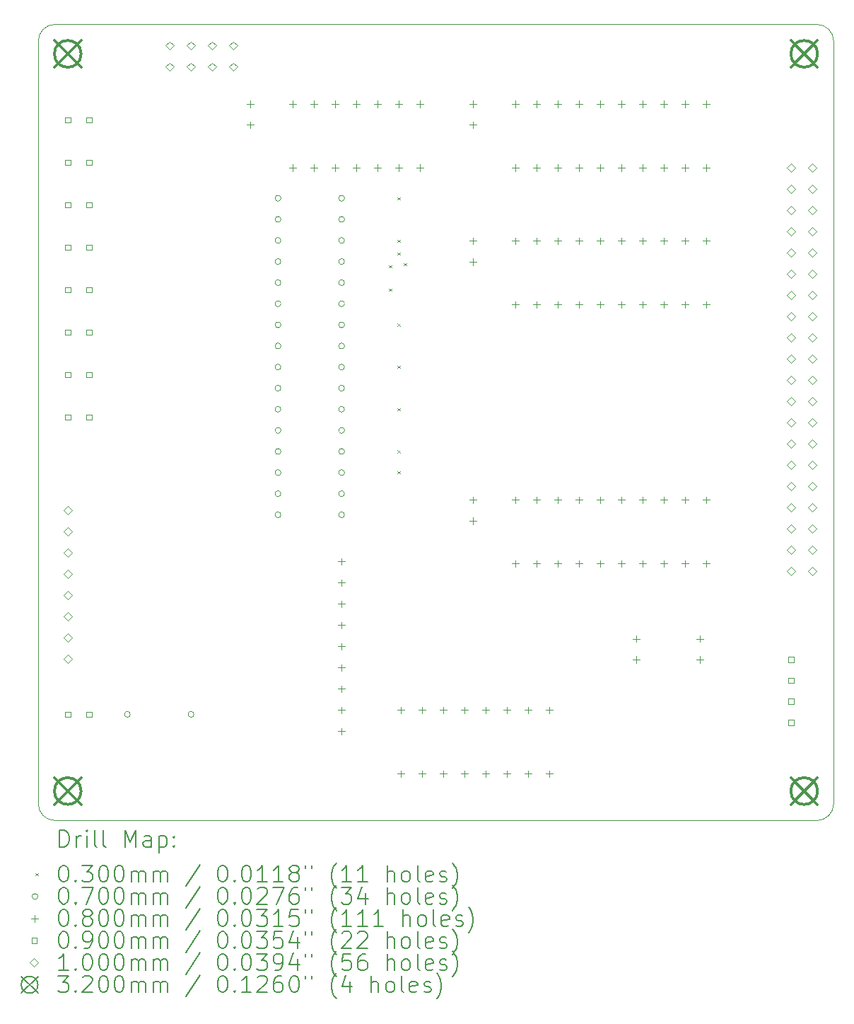
<source format=gbr>
%TF.GenerationSoftware,KiCad,Pcbnew,8.0.2*%
%TF.CreationDate,2024-06-30T15:56:33+02:00*%
%TF.ProjectId,simple_io_board,73696d70-6c65-45f6-996f-5f626f617264,rev?*%
%TF.SameCoordinates,Original*%
%TF.FileFunction,Drillmap*%
%TF.FilePolarity,Positive*%
%FSLAX45Y45*%
G04 Gerber Fmt 4.5, Leading zero omitted, Abs format (unit mm)*
G04 Created by KiCad (PCBNEW 8.0.2) date 2024-06-30 15:56:33*
%MOMM*%
%LPD*%
G01*
G04 APERTURE LIST*
%ADD10C,0.100000*%
%ADD11C,0.200000*%
%ADD12C,0.320000*%
G04 APERTURE END LIST*
D10*
X2540000Y-2740000D02*
X2540000Y-11865000D01*
X12065000Y-2740000D02*
X12065000Y-11865000D01*
X12065000Y-11865000D02*
G75*
G02*
X11865000Y-12065000I-200000J0D01*
G01*
X2740000Y-12065000D02*
G75*
G02*
X2540000Y-11865000I0J200000D01*
G01*
X2540000Y-2740000D02*
G75*
G02*
X2740000Y-2540000I200000J0D01*
G01*
X11865000Y-2540000D02*
G75*
G02*
X12065000Y-2740000I0J-200000D01*
G01*
X2740000Y-12065000D02*
X11865000Y-12065000D01*
X2740000Y-2540000D02*
X11865000Y-2540000D01*
D11*
D10*
X6741400Y-5420600D02*
X6771400Y-5450600D01*
X6771400Y-5420600D02*
X6741400Y-5450600D01*
X6741400Y-5700000D02*
X6771400Y-5730000D01*
X6771400Y-5700000D02*
X6741400Y-5730000D01*
X6843000Y-4607800D02*
X6873000Y-4637800D01*
X6873000Y-4607800D02*
X6843000Y-4637800D01*
X6843000Y-5115800D02*
X6873000Y-5145800D01*
X6873000Y-5115800D02*
X6843000Y-5145800D01*
X6843000Y-5268200D02*
X6873000Y-5298200D01*
X6873000Y-5268200D02*
X6843000Y-5298200D01*
X6843000Y-6119900D02*
X6873000Y-6149900D01*
X6873000Y-6119900D02*
X6843000Y-6149900D01*
X6843000Y-6624900D02*
X6873000Y-6654900D01*
X6873000Y-6624900D02*
X6843000Y-6654900D01*
X6843000Y-7129900D02*
X6873000Y-7159900D01*
X6873000Y-7129900D02*
X6843000Y-7159900D01*
X6843000Y-7634900D02*
X6873000Y-7664900D01*
X6873000Y-7634900D02*
X6843000Y-7664900D01*
X6843000Y-7884400D02*
X6873000Y-7914400D01*
X6873000Y-7884400D02*
X6843000Y-7914400D01*
X6919200Y-5395200D02*
X6949200Y-5425200D01*
X6949200Y-5395200D02*
X6919200Y-5425200D01*
X3641800Y-10795000D02*
G75*
G02*
X3571800Y-10795000I-35000J0D01*
G01*
X3571800Y-10795000D02*
G75*
G02*
X3641800Y-10795000I35000J0D01*
G01*
X4403800Y-10795000D02*
G75*
G02*
X4333800Y-10795000I-35000J0D01*
G01*
X4333800Y-10795000D02*
G75*
G02*
X4403800Y-10795000I35000J0D01*
G01*
X5445200Y-4619900D02*
G75*
G02*
X5375200Y-4619900I-35000J0D01*
G01*
X5375200Y-4619900D02*
G75*
G02*
X5445200Y-4619900I35000J0D01*
G01*
X5445200Y-4872400D02*
G75*
G02*
X5375200Y-4872400I-35000J0D01*
G01*
X5375200Y-4872400D02*
G75*
G02*
X5445200Y-4872400I35000J0D01*
G01*
X5445200Y-5124900D02*
G75*
G02*
X5375200Y-5124900I-35000J0D01*
G01*
X5375200Y-5124900D02*
G75*
G02*
X5445200Y-5124900I35000J0D01*
G01*
X5445200Y-5377400D02*
G75*
G02*
X5375200Y-5377400I-35000J0D01*
G01*
X5375200Y-5377400D02*
G75*
G02*
X5445200Y-5377400I35000J0D01*
G01*
X5445200Y-5629900D02*
G75*
G02*
X5375200Y-5629900I-35000J0D01*
G01*
X5375200Y-5629900D02*
G75*
G02*
X5445200Y-5629900I35000J0D01*
G01*
X5445200Y-5882400D02*
G75*
G02*
X5375200Y-5882400I-35000J0D01*
G01*
X5375200Y-5882400D02*
G75*
G02*
X5445200Y-5882400I35000J0D01*
G01*
X5445200Y-6134900D02*
G75*
G02*
X5375200Y-6134900I-35000J0D01*
G01*
X5375200Y-6134900D02*
G75*
G02*
X5445200Y-6134900I35000J0D01*
G01*
X5445200Y-6387400D02*
G75*
G02*
X5375200Y-6387400I-35000J0D01*
G01*
X5375200Y-6387400D02*
G75*
G02*
X5445200Y-6387400I35000J0D01*
G01*
X5445200Y-6639900D02*
G75*
G02*
X5375200Y-6639900I-35000J0D01*
G01*
X5375200Y-6639900D02*
G75*
G02*
X5445200Y-6639900I35000J0D01*
G01*
X5445200Y-6892400D02*
G75*
G02*
X5375200Y-6892400I-35000J0D01*
G01*
X5375200Y-6892400D02*
G75*
G02*
X5445200Y-6892400I35000J0D01*
G01*
X5445200Y-7144900D02*
G75*
G02*
X5375200Y-7144900I-35000J0D01*
G01*
X5375200Y-7144900D02*
G75*
G02*
X5445200Y-7144900I35000J0D01*
G01*
X5445200Y-7397400D02*
G75*
G02*
X5375200Y-7397400I-35000J0D01*
G01*
X5375200Y-7397400D02*
G75*
G02*
X5445200Y-7397400I35000J0D01*
G01*
X5445200Y-7649900D02*
G75*
G02*
X5375200Y-7649900I-35000J0D01*
G01*
X5375200Y-7649900D02*
G75*
G02*
X5445200Y-7649900I35000J0D01*
G01*
X5445200Y-7902400D02*
G75*
G02*
X5375200Y-7902400I-35000J0D01*
G01*
X5375200Y-7902400D02*
G75*
G02*
X5445200Y-7902400I35000J0D01*
G01*
X5445200Y-8154900D02*
G75*
G02*
X5375200Y-8154900I-35000J0D01*
G01*
X5375200Y-8154900D02*
G75*
G02*
X5445200Y-8154900I35000J0D01*
G01*
X5445200Y-8407400D02*
G75*
G02*
X5375200Y-8407400I-35000J0D01*
G01*
X5375200Y-8407400D02*
G75*
G02*
X5445200Y-8407400I35000J0D01*
G01*
X6207200Y-4619900D02*
G75*
G02*
X6137200Y-4619900I-35000J0D01*
G01*
X6137200Y-4619900D02*
G75*
G02*
X6207200Y-4619900I35000J0D01*
G01*
X6207200Y-4872400D02*
G75*
G02*
X6137200Y-4872400I-35000J0D01*
G01*
X6137200Y-4872400D02*
G75*
G02*
X6207200Y-4872400I35000J0D01*
G01*
X6207200Y-5124900D02*
G75*
G02*
X6137200Y-5124900I-35000J0D01*
G01*
X6137200Y-5124900D02*
G75*
G02*
X6207200Y-5124900I35000J0D01*
G01*
X6207200Y-5377400D02*
G75*
G02*
X6137200Y-5377400I-35000J0D01*
G01*
X6137200Y-5377400D02*
G75*
G02*
X6207200Y-5377400I35000J0D01*
G01*
X6207200Y-5629900D02*
G75*
G02*
X6137200Y-5629900I-35000J0D01*
G01*
X6137200Y-5629900D02*
G75*
G02*
X6207200Y-5629900I35000J0D01*
G01*
X6207200Y-5882400D02*
G75*
G02*
X6137200Y-5882400I-35000J0D01*
G01*
X6137200Y-5882400D02*
G75*
G02*
X6207200Y-5882400I35000J0D01*
G01*
X6207200Y-6134900D02*
G75*
G02*
X6137200Y-6134900I-35000J0D01*
G01*
X6137200Y-6134900D02*
G75*
G02*
X6207200Y-6134900I35000J0D01*
G01*
X6207200Y-6387400D02*
G75*
G02*
X6137200Y-6387400I-35000J0D01*
G01*
X6137200Y-6387400D02*
G75*
G02*
X6207200Y-6387400I35000J0D01*
G01*
X6207200Y-6639900D02*
G75*
G02*
X6137200Y-6639900I-35000J0D01*
G01*
X6137200Y-6639900D02*
G75*
G02*
X6207200Y-6639900I35000J0D01*
G01*
X6207200Y-6892400D02*
G75*
G02*
X6137200Y-6892400I-35000J0D01*
G01*
X6137200Y-6892400D02*
G75*
G02*
X6207200Y-6892400I35000J0D01*
G01*
X6207200Y-7144900D02*
G75*
G02*
X6137200Y-7144900I-35000J0D01*
G01*
X6137200Y-7144900D02*
G75*
G02*
X6207200Y-7144900I35000J0D01*
G01*
X6207200Y-7397400D02*
G75*
G02*
X6137200Y-7397400I-35000J0D01*
G01*
X6137200Y-7397400D02*
G75*
G02*
X6207200Y-7397400I35000J0D01*
G01*
X6207200Y-7649900D02*
G75*
G02*
X6137200Y-7649900I-35000J0D01*
G01*
X6137200Y-7649900D02*
G75*
G02*
X6207200Y-7649900I35000J0D01*
G01*
X6207200Y-7902400D02*
G75*
G02*
X6137200Y-7902400I-35000J0D01*
G01*
X6137200Y-7902400D02*
G75*
G02*
X6207200Y-7902400I35000J0D01*
G01*
X6207200Y-8154900D02*
G75*
G02*
X6137200Y-8154900I-35000J0D01*
G01*
X6137200Y-8154900D02*
G75*
G02*
X6207200Y-8154900I35000J0D01*
G01*
X6207200Y-8407400D02*
G75*
G02*
X6137200Y-8407400I-35000J0D01*
G01*
X6137200Y-8407400D02*
G75*
G02*
X6207200Y-8407400I35000J0D01*
G01*
X5080000Y-3452500D02*
X5080000Y-3532500D01*
X5040000Y-3492500D02*
X5120000Y-3492500D01*
X5080000Y-3702500D02*
X5080000Y-3782500D01*
X5040000Y-3742500D02*
X5120000Y-3742500D01*
X5587500Y-3452500D02*
X5587500Y-3532500D01*
X5547500Y-3492500D02*
X5627500Y-3492500D01*
X5587500Y-4214500D02*
X5587500Y-4294500D01*
X5547500Y-4254500D02*
X5627500Y-4254500D01*
X5841500Y-3452500D02*
X5841500Y-3532500D01*
X5801500Y-3492500D02*
X5881500Y-3492500D01*
X5841500Y-4214500D02*
X5841500Y-4294500D01*
X5801500Y-4254500D02*
X5881500Y-4254500D01*
X6095500Y-3452500D02*
X6095500Y-3532500D01*
X6055500Y-3492500D02*
X6135500Y-3492500D01*
X6095500Y-4214500D02*
X6095500Y-4294500D01*
X6055500Y-4254500D02*
X6135500Y-4254500D01*
X6172200Y-8926200D02*
X6172200Y-9006200D01*
X6132200Y-8966200D02*
X6212200Y-8966200D01*
X6172200Y-9180200D02*
X6172200Y-9260200D01*
X6132200Y-9220200D02*
X6212200Y-9220200D01*
X6172200Y-9434200D02*
X6172200Y-9514200D01*
X6132200Y-9474200D02*
X6212200Y-9474200D01*
X6172200Y-9688200D02*
X6172200Y-9768200D01*
X6132200Y-9728200D02*
X6212200Y-9728200D01*
X6172200Y-9942200D02*
X6172200Y-10022200D01*
X6132200Y-9982200D02*
X6212200Y-9982200D01*
X6172200Y-10196200D02*
X6172200Y-10276200D01*
X6132200Y-10236200D02*
X6212200Y-10236200D01*
X6172200Y-10450200D02*
X6172200Y-10530200D01*
X6132200Y-10490200D02*
X6212200Y-10490200D01*
X6172200Y-10704200D02*
X6172200Y-10784200D01*
X6132200Y-10744200D02*
X6212200Y-10744200D01*
X6172200Y-10958200D02*
X6172200Y-11038200D01*
X6132200Y-10998200D02*
X6212200Y-10998200D01*
X6349500Y-3452500D02*
X6349500Y-3532500D01*
X6309500Y-3492500D02*
X6389500Y-3492500D01*
X6349500Y-4214500D02*
X6349500Y-4294500D01*
X6309500Y-4254500D02*
X6389500Y-4254500D01*
X6603500Y-3452500D02*
X6603500Y-3532500D01*
X6563500Y-3492500D02*
X6643500Y-3492500D01*
X6603500Y-4214500D02*
X6603500Y-4294500D01*
X6563500Y-4254500D02*
X6643500Y-4254500D01*
X6857500Y-3452500D02*
X6857500Y-3532500D01*
X6817500Y-3492500D02*
X6897500Y-3492500D01*
X6857500Y-4214500D02*
X6857500Y-4294500D01*
X6817500Y-4254500D02*
X6897500Y-4254500D01*
X6883400Y-10703200D02*
X6883400Y-10783200D01*
X6843400Y-10743200D02*
X6923400Y-10743200D01*
X6883400Y-11465200D02*
X6883400Y-11545200D01*
X6843400Y-11505200D02*
X6923400Y-11505200D01*
X7111500Y-3452500D02*
X7111500Y-3532500D01*
X7071500Y-3492500D02*
X7151500Y-3492500D01*
X7111500Y-4214500D02*
X7111500Y-4294500D01*
X7071500Y-4254500D02*
X7151500Y-4254500D01*
X7137400Y-10703200D02*
X7137400Y-10783200D01*
X7097400Y-10743200D02*
X7177400Y-10743200D01*
X7137400Y-11465200D02*
X7137400Y-11545200D01*
X7097400Y-11505200D02*
X7177400Y-11505200D01*
X7391400Y-10703200D02*
X7391400Y-10783200D01*
X7351400Y-10743200D02*
X7431400Y-10743200D01*
X7391400Y-11465200D02*
X7391400Y-11545200D01*
X7351400Y-11505200D02*
X7431400Y-11505200D01*
X7645400Y-10703200D02*
X7645400Y-10783200D01*
X7605400Y-10743200D02*
X7685400Y-10743200D01*
X7645400Y-11465200D02*
X7645400Y-11545200D01*
X7605400Y-11505200D02*
X7685400Y-11505200D01*
X7747000Y-3452500D02*
X7747000Y-3532500D01*
X7707000Y-3492500D02*
X7787000Y-3492500D01*
X7747000Y-3702500D02*
X7747000Y-3782500D01*
X7707000Y-3742500D02*
X7787000Y-3742500D01*
X7747000Y-5090800D02*
X7747000Y-5170800D01*
X7707000Y-5130800D02*
X7787000Y-5130800D01*
X7747000Y-5340800D02*
X7747000Y-5420800D01*
X7707000Y-5380800D02*
X7787000Y-5380800D01*
X7747000Y-8188600D02*
X7747000Y-8268600D01*
X7707000Y-8228600D02*
X7787000Y-8228600D01*
X7747000Y-8438600D02*
X7747000Y-8518600D01*
X7707000Y-8478600D02*
X7787000Y-8478600D01*
X7899400Y-10703200D02*
X7899400Y-10783200D01*
X7859400Y-10743200D02*
X7939400Y-10743200D01*
X7899400Y-11465200D02*
X7899400Y-11545200D01*
X7859400Y-11505200D02*
X7939400Y-11505200D01*
X8153400Y-10703200D02*
X8153400Y-10783200D01*
X8113400Y-10743200D02*
X8193400Y-10743200D01*
X8153400Y-11465200D02*
X8153400Y-11545200D01*
X8113400Y-11505200D02*
X8193400Y-11505200D01*
X8255000Y-3452500D02*
X8255000Y-3532500D01*
X8215000Y-3492500D02*
X8295000Y-3492500D01*
X8255000Y-4214500D02*
X8255000Y-4294500D01*
X8215000Y-4254500D02*
X8295000Y-4254500D01*
X8255000Y-5090800D02*
X8255000Y-5170800D01*
X8215000Y-5130800D02*
X8295000Y-5130800D01*
X8255000Y-5852800D02*
X8255000Y-5932800D01*
X8215000Y-5892800D02*
X8295000Y-5892800D01*
X8255000Y-8188600D02*
X8255000Y-8268600D01*
X8215000Y-8228600D02*
X8295000Y-8228600D01*
X8255000Y-8950600D02*
X8255000Y-9030600D01*
X8215000Y-8990600D02*
X8295000Y-8990600D01*
X8407400Y-10703200D02*
X8407400Y-10783200D01*
X8367400Y-10743200D02*
X8447400Y-10743200D01*
X8407400Y-11465200D02*
X8407400Y-11545200D01*
X8367400Y-11505200D02*
X8447400Y-11505200D01*
X8509000Y-3452500D02*
X8509000Y-3532500D01*
X8469000Y-3492500D02*
X8549000Y-3492500D01*
X8509000Y-4214500D02*
X8509000Y-4294500D01*
X8469000Y-4254500D02*
X8549000Y-4254500D01*
X8509000Y-5090800D02*
X8509000Y-5170800D01*
X8469000Y-5130800D02*
X8549000Y-5130800D01*
X8509000Y-5852800D02*
X8509000Y-5932800D01*
X8469000Y-5892800D02*
X8549000Y-5892800D01*
X8509000Y-8188600D02*
X8509000Y-8268600D01*
X8469000Y-8228600D02*
X8549000Y-8228600D01*
X8509000Y-8950600D02*
X8509000Y-9030600D01*
X8469000Y-8990600D02*
X8549000Y-8990600D01*
X8661400Y-10703200D02*
X8661400Y-10783200D01*
X8621400Y-10743200D02*
X8701400Y-10743200D01*
X8661400Y-11465200D02*
X8661400Y-11545200D01*
X8621400Y-11505200D02*
X8701400Y-11505200D01*
X8763000Y-3452500D02*
X8763000Y-3532500D01*
X8723000Y-3492500D02*
X8803000Y-3492500D01*
X8763000Y-4214500D02*
X8763000Y-4294500D01*
X8723000Y-4254500D02*
X8803000Y-4254500D01*
X8763000Y-5090800D02*
X8763000Y-5170800D01*
X8723000Y-5130800D02*
X8803000Y-5130800D01*
X8763000Y-5852800D02*
X8763000Y-5932800D01*
X8723000Y-5892800D02*
X8803000Y-5892800D01*
X8763000Y-8188600D02*
X8763000Y-8268600D01*
X8723000Y-8228600D02*
X8803000Y-8228600D01*
X8763000Y-8950600D02*
X8763000Y-9030600D01*
X8723000Y-8990600D02*
X8803000Y-8990600D01*
X9017000Y-3452500D02*
X9017000Y-3532500D01*
X8977000Y-3492500D02*
X9057000Y-3492500D01*
X9017000Y-4214500D02*
X9017000Y-4294500D01*
X8977000Y-4254500D02*
X9057000Y-4254500D01*
X9017000Y-5090800D02*
X9017000Y-5170800D01*
X8977000Y-5130800D02*
X9057000Y-5130800D01*
X9017000Y-5852800D02*
X9017000Y-5932800D01*
X8977000Y-5892800D02*
X9057000Y-5892800D01*
X9017000Y-8188600D02*
X9017000Y-8268600D01*
X8977000Y-8228600D02*
X9057000Y-8228600D01*
X9017000Y-8950600D02*
X9017000Y-9030600D01*
X8977000Y-8990600D02*
X9057000Y-8990600D01*
X9271000Y-3452500D02*
X9271000Y-3532500D01*
X9231000Y-3492500D02*
X9311000Y-3492500D01*
X9271000Y-4214500D02*
X9271000Y-4294500D01*
X9231000Y-4254500D02*
X9311000Y-4254500D01*
X9271000Y-5090800D02*
X9271000Y-5170800D01*
X9231000Y-5130800D02*
X9311000Y-5130800D01*
X9271000Y-5852800D02*
X9271000Y-5932800D01*
X9231000Y-5892800D02*
X9311000Y-5892800D01*
X9271000Y-8188600D02*
X9271000Y-8268600D01*
X9231000Y-8228600D02*
X9311000Y-8228600D01*
X9271000Y-8950600D02*
X9271000Y-9030600D01*
X9231000Y-8990600D02*
X9311000Y-8990600D01*
X9525000Y-3452500D02*
X9525000Y-3532500D01*
X9485000Y-3492500D02*
X9565000Y-3492500D01*
X9525000Y-4214500D02*
X9525000Y-4294500D01*
X9485000Y-4254500D02*
X9565000Y-4254500D01*
X9525000Y-5090800D02*
X9525000Y-5170800D01*
X9485000Y-5130800D02*
X9565000Y-5130800D01*
X9525000Y-5852800D02*
X9525000Y-5932800D01*
X9485000Y-5892800D02*
X9565000Y-5892800D01*
X9525000Y-8188600D02*
X9525000Y-8268600D01*
X9485000Y-8228600D02*
X9565000Y-8228600D01*
X9525000Y-8950600D02*
X9525000Y-9030600D01*
X9485000Y-8990600D02*
X9565000Y-8990600D01*
X9702800Y-9850600D02*
X9702800Y-9930600D01*
X9662800Y-9890600D02*
X9742800Y-9890600D01*
X9702800Y-10100600D02*
X9702800Y-10180600D01*
X9662800Y-10140600D02*
X9742800Y-10140600D01*
X9779000Y-3452500D02*
X9779000Y-3532500D01*
X9739000Y-3492500D02*
X9819000Y-3492500D01*
X9779000Y-4214500D02*
X9779000Y-4294500D01*
X9739000Y-4254500D02*
X9819000Y-4254500D01*
X9779000Y-5090800D02*
X9779000Y-5170800D01*
X9739000Y-5130800D02*
X9819000Y-5130800D01*
X9779000Y-5852800D02*
X9779000Y-5932800D01*
X9739000Y-5892800D02*
X9819000Y-5892800D01*
X9779000Y-8188600D02*
X9779000Y-8268600D01*
X9739000Y-8228600D02*
X9819000Y-8228600D01*
X9779000Y-8950600D02*
X9779000Y-9030600D01*
X9739000Y-8990600D02*
X9819000Y-8990600D01*
X10033000Y-3452500D02*
X10033000Y-3532500D01*
X9993000Y-3492500D02*
X10073000Y-3492500D01*
X10033000Y-4214500D02*
X10033000Y-4294500D01*
X9993000Y-4254500D02*
X10073000Y-4254500D01*
X10033000Y-5090800D02*
X10033000Y-5170800D01*
X9993000Y-5130800D02*
X10073000Y-5130800D01*
X10033000Y-5852800D02*
X10033000Y-5932800D01*
X9993000Y-5892800D02*
X10073000Y-5892800D01*
X10033000Y-8188600D02*
X10033000Y-8268600D01*
X9993000Y-8228600D02*
X10073000Y-8228600D01*
X10033000Y-8950600D02*
X10033000Y-9030600D01*
X9993000Y-8990600D02*
X10073000Y-8990600D01*
X10287000Y-3452500D02*
X10287000Y-3532500D01*
X10247000Y-3492500D02*
X10327000Y-3492500D01*
X10287000Y-4214500D02*
X10287000Y-4294500D01*
X10247000Y-4254500D02*
X10327000Y-4254500D01*
X10287000Y-5090800D02*
X10287000Y-5170800D01*
X10247000Y-5130800D02*
X10327000Y-5130800D01*
X10287000Y-5852800D02*
X10287000Y-5932800D01*
X10247000Y-5892800D02*
X10327000Y-5892800D01*
X10287000Y-8188600D02*
X10287000Y-8268600D01*
X10247000Y-8228600D02*
X10327000Y-8228600D01*
X10287000Y-8950600D02*
X10287000Y-9030600D01*
X10247000Y-8990600D02*
X10327000Y-8990600D01*
X10464800Y-9850600D02*
X10464800Y-9930600D01*
X10424800Y-9890600D02*
X10504800Y-9890600D01*
X10464800Y-10100600D02*
X10464800Y-10180600D01*
X10424800Y-10140600D02*
X10504800Y-10140600D01*
X10541000Y-3452500D02*
X10541000Y-3532500D01*
X10501000Y-3492500D02*
X10581000Y-3492500D01*
X10541000Y-4214500D02*
X10541000Y-4294500D01*
X10501000Y-4254500D02*
X10581000Y-4254500D01*
X10541000Y-5090800D02*
X10541000Y-5170800D01*
X10501000Y-5130800D02*
X10581000Y-5130800D01*
X10541000Y-5852800D02*
X10541000Y-5932800D01*
X10501000Y-5892800D02*
X10581000Y-5892800D01*
X10541000Y-8188600D02*
X10541000Y-8268600D01*
X10501000Y-8228600D02*
X10581000Y-8228600D01*
X10541000Y-8950600D02*
X10541000Y-9030600D01*
X10501000Y-8990600D02*
X10581000Y-8990600D01*
X2927420Y-3714820D02*
X2927420Y-3651180D01*
X2863780Y-3651180D01*
X2863780Y-3714820D01*
X2927420Y-3714820D01*
X2927420Y-4222820D02*
X2927420Y-4159180D01*
X2863780Y-4159180D01*
X2863780Y-4222820D01*
X2927420Y-4222820D01*
X2927420Y-4730820D02*
X2927420Y-4667180D01*
X2863780Y-4667180D01*
X2863780Y-4730820D01*
X2927420Y-4730820D01*
X2927420Y-5238820D02*
X2927420Y-5175180D01*
X2863780Y-5175180D01*
X2863780Y-5238820D01*
X2927420Y-5238820D01*
X2927420Y-5746820D02*
X2927420Y-5683180D01*
X2863780Y-5683180D01*
X2863780Y-5746820D01*
X2927420Y-5746820D01*
X2927420Y-6254820D02*
X2927420Y-6191180D01*
X2863780Y-6191180D01*
X2863780Y-6254820D01*
X2927420Y-6254820D01*
X2927420Y-6762820D02*
X2927420Y-6699180D01*
X2863780Y-6699180D01*
X2863780Y-6762820D01*
X2927420Y-6762820D01*
X2927420Y-7270820D02*
X2927420Y-7207180D01*
X2863780Y-7207180D01*
X2863780Y-7270820D01*
X2927420Y-7270820D01*
X2927420Y-10826820D02*
X2927420Y-10763180D01*
X2863780Y-10763180D01*
X2863780Y-10826820D01*
X2927420Y-10826820D01*
X3181420Y-3714820D02*
X3181420Y-3651180D01*
X3117780Y-3651180D01*
X3117780Y-3714820D01*
X3181420Y-3714820D01*
X3181420Y-4222820D02*
X3181420Y-4159180D01*
X3117780Y-4159180D01*
X3117780Y-4222820D01*
X3181420Y-4222820D01*
X3181420Y-4730820D02*
X3181420Y-4667180D01*
X3117780Y-4667180D01*
X3117780Y-4730820D01*
X3181420Y-4730820D01*
X3181420Y-5238820D02*
X3181420Y-5175180D01*
X3117780Y-5175180D01*
X3117780Y-5238820D01*
X3181420Y-5238820D01*
X3181420Y-5746820D02*
X3181420Y-5683180D01*
X3117780Y-5683180D01*
X3117780Y-5746820D01*
X3181420Y-5746820D01*
X3181420Y-6254820D02*
X3181420Y-6191180D01*
X3117780Y-6191180D01*
X3117780Y-6254820D01*
X3181420Y-6254820D01*
X3181420Y-6762820D02*
X3181420Y-6699180D01*
X3117780Y-6699180D01*
X3117780Y-6762820D01*
X3181420Y-6762820D01*
X3181420Y-7270820D02*
X3181420Y-7207180D01*
X3117780Y-7207180D01*
X3117780Y-7270820D01*
X3181420Y-7270820D01*
X3181420Y-10826820D02*
X3181420Y-10763180D01*
X3117780Y-10763180D01*
X3117780Y-10826820D01*
X3181420Y-10826820D01*
X11588820Y-10172420D02*
X11588820Y-10108780D01*
X11525180Y-10108780D01*
X11525180Y-10172420D01*
X11588820Y-10172420D01*
X11588820Y-10422420D02*
X11588820Y-10358780D01*
X11525180Y-10358780D01*
X11525180Y-10422420D01*
X11588820Y-10422420D01*
X11588820Y-10672420D02*
X11588820Y-10608780D01*
X11525180Y-10608780D01*
X11525180Y-10672420D01*
X11588820Y-10672420D01*
X11588820Y-10922420D02*
X11588820Y-10858780D01*
X11525180Y-10858780D01*
X11525180Y-10922420D01*
X11588820Y-10922420D01*
X2895600Y-8405100D02*
X2945600Y-8355100D01*
X2895600Y-8305100D01*
X2845600Y-8355100D01*
X2895600Y-8405100D01*
X2895600Y-8659100D02*
X2945600Y-8609100D01*
X2895600Y-8559100D01*
X2845600Y-8609100D01*
X2895600Y-8659100D01*
X2895600Y-8913100D02*
X2945600Y-8863100D01*
X2895600Y-8813100D01*
X2845600Y-8863100D01*
X2895600Y-8913100D01*
X2895600Y-9167100D02*
X2945600Y-9117100D01*
X2895600Y-9067100D01*
X2845600Y-9117100D01*
X2895600Y-9167100D01*
X2895600Y-9421100D02*
X2945600Y-9371100D01*
X2895600Y-9321100D01*
X2845600Y-9371100D01*
X2895600Y-9421100D01*
X2895600Y-9675100D02*
X2945600Y-9625100D01*
X2895600Y-9575100D01*
X2845600Y-9625100D01*
X2895600Y-9675100D01*
X2895600Y-9929100D02*
X2945600Y-9879100D01*
X2895600Y-9829100D01*
X2845600Y-9879100D01*
X2895600Y-9929100D01*
X2895600Y-10183100D02*
X2945600Y-10133100D01*
X2895600Y-10083100D01*
X2845600Y-10133100D01*
X2895600Y-10183100D01*
X4114800Y-2844000D02*
X4164800Y-2794000D01*
X4114800Y-2744000D01*
X4064800Y-2794000D01*
X4114800Y-2844000D01*
X4114800Y-3098000D02*
X4164800Y-3048000D01*
X4114800Y-2998000D01*
X4064800Y-3048000D01*
X4114800Y-3098000D01*
X4368800Y-2844000D02*
X4418800Y-2794000D01*
X4368800Y-2744000D01*
X4318800Y-2794000D01*
X4368800Y-2844000D01*
X4368800Y-3098000D02*
X4418800Y-3048000D01*
X4368800Y-2998000D01*
X4318800Y-3048000D01*
X4368800Y-3098000D01*
X4622800Y-2844000D02*
X4672800Y-2794000D01*
X4622800Y-2744000D01*
X4572800Y-2794000D01*
X4622800Y-2844000D01*
X4622800Y-3098000D02*
X4672800Y-3048000D01*
X4622800Y-2998000D01*
X4572800Y-3048000D01*
X4622800Y-3098000D01*
X4876800Y-2844000D02*
X4926800Y-2794000D01*
X4876800Y-2744000D01*
X4826800Y-2794000D01*
X4876800Y-2844000D01*
X4876800Y-3098000D02*
X4926800Y-3048000D01*
X4876800Y-2998000D01*
X4826800Y-3048000D01*
X4876800Y-3098000D01*
X11557000Y-4304500D02*
X11607000Y-4254500D01*
X11557000Y-4204500D01*
X11507000Y-4254500D01*
X11557000Y-4304500D01*
X11557000Y-4558500D02*
X11607000Y-4508500D01*
X11557000Y-4458500D01*
X11507000Y-4508500D01*
X11557000Y-4558500D01*
X11557000Y-4812500D02*
X11607000Y-4762500D01*
X11557000Y-4712500D01*
X11507000Y-4762500D01*
X11557000Y-4812500D01*
X11557000Y-5066500D02*
X11607000Y-5016500D01*
X11557000Y-4966500D01*
X11507000Y-5016500D01*
X11557000Y-5066500D01*
X11557000Y-5320500D02*
X11607000Y-5270500D01*
X11557000Y-5220500D01*
X11507000Y-5270500D01*
X11557000Y-5320500D01*
X11557000Y-5574500D02*
X11607000Y-5524500D01*
X11557000Y-5474500D01*
X11507000Y-5524500D01*
X11557000Y-5574500D01*
X11557000Y-5828500D02*
X11607000Y-5778500D01*
X11557000Y-5728500D01*
X11507000Y-5778500D01*
X11557000Y-5828500D01*
X11557000Y-6082500D02*
X11607000Y-6032500D01*
X11557000Y-5982500D01*
X11507000Y-6032500D01*
X11557000Y-6082500D01*
X11557000Y-6336500D02*
X11607000Y-6286500D01*
X11557000Y-6236500D01*
X11507000Y-6286500D01*
X11557000Y-6336500D01*
X11557000Y-6590500D02*
X11607000Y-6540500D01*
X11557000Y-6490500D01*
X11507000Y-6540500D01*
X11557000Y-6590500D01*
X11557000Y-6844500D02*
X11607000Y-6794500D01*
X11557000Y-6744500D01*
X11507000Y-6794500D01*
X11557000Y-6844500D01*
X11557000Y-7098500D02*
X11607000Y-7048500D01*
X11557000Y-6998500D01*
X11507000Y-7048500D01*
X11557000Y-7098500D01*
X11557000Y-7352500D02*
X11607000Y-7302500D01*
X11557000Y-7252500D01*
X11507000Y-7302500D01*
X11557000Y-7352500D01*
X11557000Y-7606500D02*
X11607000Y-7556500D01*
X11557000Y-7506500D01*
X11507000Y-7556500D01*
X11557000Y-7606500D01*
X11557000Y-7860500D02*
X11607000Y-7810500D01*
X11557000Y-7760500D01*
X11507000Y-7810500D01*
X11557000Y-7860500D01*
X11557000Y-8114500D02*
X11607000Y-8064500D01*
X11557000Y-8014500D01*
X11507000Y-8064500D01*
X11557000Y-8114500D01*
X11557000Y-8368500D02*
X11607000Y-8318500D01*
X11557000Y-8268500D01*
X11507000Y-8318500D01*
X11557000Y-8368500D01*
X11557000Y-8622500D02*
X11607000Y-8572500D01*
X11557000Y-8522500D01*
X11507000Y-8572500D01*
X11557000Y-8622500D01*
X11557000Y-8876500D02*
X11607000Y-8826500D01*
X11557000Y-8776500D01*
X11507000Y-8826500D01*
X11557000Y-8876500D01*
X11557000Y-9130500D02*
X11607000Y-9080500D01*
X11557000Y-9030500D01*
X11507000Y-9080500D01*
X11557000Y-9130500D01*
X11811000Y-4304500D02*
X11861000Y-4254500D01*
X11811000Y-4204500D01*
X11761000Y-4254500D01*
X11811000Y-4304500D01*
X11811000Y-4558500D02*
X11861000Y-4508500D01*
X11811000Y-4458500D01*
X11761000Y-4508500D01*
X11811000Y-4558500D01*
X11811000Y-4812500D02*
X11861000Y-4762500D01*
X11811000Y-4712500D01*
X11761000Y-4762500D01*
X11811000Y-4812500D01*
X11811000Y-5066500D02*
X11861000Y-5016500D01*
X11811000Y-4966500D01*
X11761000Y-5016500D01*
X11811000Y-5066500D01*
X11811000Y-5320500D02*
X11861000Y-5270500D01*
X11811000Y-5220500D01*
X11761000Y-5270500D01*
X11811000Y-5320500D01*
X11811000Y-5574500D02*
X11861000Y-5524500D01*
X11811000Y-5474500D01*
X11761000Y-5524500D01*
X11811000Y-5574500D01*
X11811000Y-5828500D02*
X11861000Y-5778500D01*
X11811000Y-5728500D01*
X11761000Y-5778500D01*
X11811000Y-5828500D01*
X11811000Y-6082500D02*
X11861000Y-6032500D01*
X11811000Y-5982500D01*
X11761000Y-6032500D01*
X11811000Y-6082500D01*
X11811000Y-6336500D02*
X11861000Y-6286500D01*
X11811000Y-6236500D01*
X11761000Y-6286500D01*
X11811000Y-6336500D01*
X11811000Y-6590500D02*
X11861000Y-6540500D01*
X11811000Y-6490500D01*
X11761000Y-6540500D01*
X11811000Y-6590500D01*
X11811000Y-6844500D02*
X11861000Y-6794500D01*
X11811000Y-6744500D01*
X11761000Y-6794500D01*
X11811000Y-6844500D01*
X11811000Y-7098500D02*
X11861000Y-7048500D01*
X11811000Y-6998500D01*
X11761000Y-7048500D01*
X11811000Y-7098500D01*
X11811000Y-7352500D02*
X11861000Y-7302500D01*
X11811000Y-7252500D01*
X11761000Y-7302500D01*
X11811000Y-7352500D01*
X11811000Y-7606500D02*
X11861000Y-7556500D01*
X11811000Y-7506500D01*
X11761000Y-7556500D01*
X11811000Y-7606500D01*
X11811000Y-7860500D02*
X11861000Y-7810500D01*
X11811000Y-7760500D01*
X11761000Y-7810500D01*
X11811000Y-7860500D01*
X11811000Y-8114500D02*
X11861000Y-8064500D01*
X11811000Y-8014500D01*
X11761000Y-8064500D01*
X11811000Y-8114500D01*
X11811000Y-8368500D02*
X11861000Y-8318500D01*
X11811000Y-8268500D01*
X11761000Y-8318500D01*
X11811000Y-8368500D01*
X11811000Y-8622500D02*
X11861000Y-8572500D01*
X11811000Y-8522500D01*
X11761000Y-8572500D01*
X11811000Y-8622500D01*
X11811000Y-8876500D02*
X11861000Y-8826500D01*
X11811000Y-8776500D01*
X11761000Y-8826500D01*
X11811000Y-8876500D01*
X11811000Y-9130500D02*
X11861000Y-9080500D01*
X11811000Y-9030500D01*
X11761000Y-9080500D01*
X11811000Y-9130500D01*
D12*
X2732500Y-2732500D02*
X3052500Y-3052500D01*
X3052500Y-2732500D02*
X2732500Y-3052500D01*
X3052500Y-2892500D02*
G75*
G02*
X2732500Y-2892500I-160000J0D01*
G01*
X2732500Y-2892500D02*
G75*
G02*
X3052500Y-2892500I160000J0D01*
G01*
X2732500Y-11552500D02*
X3052500Y-11872500D01*
X3052500Y-11552500D02*
X2732500Y-11872500D01*
X3052500Y-11712500D02*
G75*
G02*
X2732500Y-11712500I-160000J0D01*
G01*
X2732500Y-11712500D02*
G75*
G02*
X3052500Y-11712500I160000J0D01*
G01*
X11552500Y-2732500D02*
X11872500Y-3052500D01*
X11872500Y-2732500D02*
X11552500Y-3052500D01*
X11872500Y-2892500D02*
G75*
G02*
X11552500Y-2892500I-160000J0D01*
G01*
X11552500Y-2892500D02*
G75*
G02*
X11872500Y-2892500I160000J0D01*
G01*
X11552500Y-11552500D02*
X11872500Y-11872500D01*
X11872500Y-11552500D02*
X11552500Y-11872500D01*
X11872500Y-11712500D02*
G75*
G02*
X11552500Y-11712500I-160000J0D01*
G01*
X11552500Y-11712500D02*
G75*
G02*
X11872500Y-11712500I160000J0D01*
G01*
D11*
X2795777Y-12381484D02*
X2795777Y-12181484D01*
X2795777Y-12181484D02*
X2843396Y-12181484D01*
X2843396Y-12181484D02*
X2871967Y-12191008D01*
X2871967Y-12191008D02*
X2891015Y-12210055D01*
X2891015Y-12210055D02*
X2900539Y-12229103D01*
X2900539Y-12229103D02*
X2910062Y-12267198D01*
X2910062Y-12267198D02*
X2910062Y-12295769D01*
X2910062Y-12295769D02*
X2900539Y-12333865D01*
X2900539Y-12333865D02*
X2891015Y-12352912D01*
X2891015Y-12352912D02*
X2871967Y-12371960D01*
X2871967Y-12371960D02*
X2843396Y-12381484D01*
X2843396Y-12381484D02*
X2795777Y-12381484D01*
X2995777Y-12381484D02*
X2995777Y-12248150D01*
X2995777Y-12286246D02*
X3005301Y-12267198D01*
X3005301Y-12267198D02*
X3014824Y-12257674D01*
X3014824Y-12257674D02*
X3033872Y-12248150D01*
X3033872Y-12248150D02*
X3052920Y-12248150D01*
X3119586Y-12381484D02*
X3119586Y-12248150D01*
X3119586Y-12181484D02*
X3110062Y-12191008D01*
X3110062Y-12191008D02*
X3119586Y-12200531D01*
X3119586Y-12200531D02*
X3129110Y-12191008D01*
X3129110Y-12191008D02*
X3119586Y-12181484D01*
X3119586Y-12181484D02*
X3119586Y-12200531D01*
X3243396Y-12381484D02*
X3224348Y-12371960D01*
X3224348Y-12371960D02*
X3214824Y-12352912D01*
X3214824Y-12352912D02*
X3214824Y-12181484D01*
X3348158Y-12381484D02*
X3329110Y-12371960D01*
X3329110Y-12371960D02*
X3319586Y-12352912D01*
X3319586Y-12352912D02*
X3319586Y-12181484D01*
X3576729Y-12381484D02*
X3576729Y-12181484D01*
X3576729Y-12181484D02*
X3643396Y-12324341D01*
X3643396Y-12324341D02*
X3710062Y-12181484D01*
X3710062Y-12181484D02*
X3710062Y-12381484D01*
X3891015Y-12381484D02*
X3891015Y-12276722D01*
X3891015Y-12276722D02*
X3881491Y-12257674D01*
X3881491Y-12257674D02*
X3862443Y-12248150D01*
X3862443Y-12248150D02*
X3824348Y-12248150D01*
X3824348Y-12248150D02*
X3805301Y-12257674D01*
X3891015Y-12371960D02*
X3871967Y-12381484D01*
X3871967Y-12381484D02*
X3824348Y-12381484D01*
X3824348Y-12381484D02*
X3805301Y-12371960D01*
X3805301Y-12371960D02*
X3795777Y-12352912D01*
X3795777Y-12352912D02*
X3795777Y-12333865D01*
X3795777Y-12333865D02*
X3805301Y-12314817D01*
X3805301Y-12314817D02*
X3824348Y-12305293D01*
X3824348Y-12305293D02*
X3871967Y-12305293D01*
X3871967Y-12305293D02*
X3891015Y-12295769D01*
X3986253Y-12248150D02*
X3986253Y-12448150D01*
X3986253Y-12257674D02*
X4005301Y-12248150D01*
X4005301Y-12248150D02*
X4043396Y-12248150D01*
X4043396Y-12248150D02*
X4062443Y-12257674D01*
X4062443Y-12257674D02*
X4071967Y-12267198D01*
X4071967Y-12267198D02*
X4081491Y-12286246D01*
X4081491Y-12286246D02*
X4081491Y-12343388D01*
X4081491Y-12343388D02*
X4071967Y-12362436D01*
X4071967Y-12362436D02*
X4062443Y-12371960D01*
X4062443Y-12371960D02*
X4043396Y-12381484D01*
X4043396Y-12381484D02*
X4005301Y-12381484D01*
X4005301Y-12381484D02*
X3986253Y-12371960D01*
X4167205Y-12362436D02*
X4176729Y-12371960D01*
X4176729Y-12371960D02*
X4167205Y-12381484D01*
X4167205Y-12381484D02*
X4157682Y-12371960D01*
X4157682Y-12371960D02*
X4167205Y-12362436D01*
X4167205Y-12362436D02*
X4167205Y-12381484D01*
X4167205Y-12257674D02*
X4176729Y-12267198D01*
X4176729Y-12267198D02*
X4167205Y-12276722D01*
X4167205Y-12276722D02*
X4157682Y-12267198D01*
X4157682Y-12267198D02*
X4167205Y-12257674D01*
X4167205Y-12257674D02*
X4167205Y-12276722D01*
D10*
X2505000Y-12695000D02*
X2535000Y-12725000D01*
X2535000Y-12695000D02*
X2505000Y-12725000D01*
D11*
X2833872Y-12601484D02*
X2852920Y-12601484D01*
X2852920Y-12601484D02*
X2871967Y-12611008D01*
X2871967Y-12611008D02*
X2881491Y-12620531D01*
X2881491Y-12620531D02*
X2891015Y-12639579D01*
X2891015Y-12639579D02*
X2900539Y-12677674D01*
X2900539Y-12677674D02*
X2900539Y-12725293D01*
X2900539Y-12725293D02*
X2891015Y-12763388D01*
X2891015Y-12763388D02*
X2881491Y-12782436D01*
X2881491Y-12782436D02*
X2871967Y-12791960D01*
X2871967Y-12791960D02*
X2852920Y-12801484D01*
X2852920Y-12801484D02*
X2833872Y-12801484D01*
X2833872Y-12801484D02*
X2814824Y-12791960D01*
X2814824Y-12791960D02*
X2805301Y-12782436D01*
X2805301Y-12782436D02*
X2795777Y-12763388D01*
X2795777Y-12763388D02*
X2786253Y-12725293D01*
X2786253Y-12725293D02*
X2786253Y-12677674D01*
X2786253Y-12677674D02*
X2795777Y-12639579D01*
X2795777Y-12639579D02*
X2805301Y-12620531D01*
X2805301Y-12620531D02*
X2814824Y-12611008D01*
X2814824Y-12611008D02*
X2833872Y-12601484D01*
X2986253Y-12782436D02*
X2995777Y-12791960D01*
X2995777Y-12791960D02*
X2986253Y-12801484D01*
X2986253Y-12801484D02*
X2976729Y-12791960D01*
X2976729Y-12791960D02*
X2986253Y-12782436D01*
X2986253Y-12782436D02*
X2986253Y-12801484D01*
X3062443Y-12601484D02*
X3186253Y-12601484D01*
X3186253Y-12601484D02*
X3119586Y-12677674D01*
X3119586Y-12677674D02*
X3148158Y-12677674D01*
X3148158Y-12677674D02*
X3167205Y-12687198D01*
X3167205Y-12687198D02*
X3176729Y-12696722D01*
X3176729Y-12696722D02*
X3186253Y-12715769D01*
X3186253Y-12715769D02*
X3186253Y-12763388D01*
X3186253Y-12763388D02*
X3176729Y-12782436D01*
X3176729Y-12782436D02*
X3167205Y-12791960D01*
X3167205Y-12791960D02*
X3148158Y-12801484D01*
X3148158Y-12801484D02*
X3091015Y-12801484D01*
X3091015Y-12801484D02*
X3071967Y-12791960D01*
X3071967Y-12791960D02*
X3062443Y-12782436D01*
X3310062Y-12601484D02*
X3329110Y-12601484D01*
X3329110Y-12601484D02*
X3348158Y-12611008D01*
X3348158Y-12611008D02*
X3357682Y-12620531D01*
X3357682Y-12620531D02*
X3367205Y-12639579D01*
X3367205Y-12639579D02*
X3376729Y-12677674D01*
X3376729Y-12677674D02*
X3376729Y-12725293D01*
X3376729Y-12725293D02*
X3367205Y-12763388D01*
X3367205Y-12763388D02*
X3357682Y-12782436D01*
X3357682Y-12782436D02*
X3348158Y-12791960D01*
X3348158Y-12791960D02*
X3329110Y-12801484D01*
X3329110Y-12801484D02*
X3310062Y-12801484D01*
X3310062Y-12801484D02*
X3291015Y-12791960D01*
X3291015Y-12791960D02*
X3281491Y-12782436D01*
X3281491Y-12782436D02*
X3271967Y-12763388D01*
X3271967Y-12763388D02*
X3262443Y-12725293D01*
X3262443Y-12725293D02*
X3262443Y-12677674D01*
X3262443Y-12677674D02*
X3271967Y-12639579D01*
X3271967Y-12639579D02*
X3281491Y-12620531D01*
X3281491Y-12620531D02*
X3291015Y-12611008D01*
X3291015Y-12611008D02*
X3310062Y-12601484D01*
X3500539Y-12601484D02*
X3519586Y-12601484D01*
X3519586Y-12601484D02*
X3538634Y-12611008D01*
X3538634Y-12611008D02*
X3548158Y-12620531D01*
X3548158Y-12620531D02*
X3557682Y-12639579D01*
X3557682Y-12639579D02*
X3567205Y-12677674D01*
X3567205Y-12677674D02*
X3567205Y-12725293D01*
X3567205Y-12725293D02*
X3557682Y-12763388D01*
X3557682Y-12763388D02*
X3548158Y-12782436D01*
X3548158Y-12782436D02*
X3538634Y-12791960D01*
X3538634Y-12791960D02*
X3519586Y-12801484D01*
X3519586Y-12801484D02*
X3500539Y-12801484D01*
X3500539Y-12801484D02*
X3481491Y-12791960D01*
X3481491Y-12791960D02*
X3471967Y-12782436D01*
X3471967Y-12782436D02*
X3462443Y-12763388D01*
X3462443Y-12763388D02*
X3452920Y-12725293D01*
X3452920Y-12725293D02*
X3452920Y-12677674D01*
X3452920Y-12677674D02*
X3462443Y-12639579D01*
X3462443Y-12639579D02*
X3471967Y-12620531D01*
X3471967Y-12620531D02*
X3481491Y-12611008D01*
X3481491Y-12611008D02*
X3500539Y-12601484D01*
X3652920Y-12801484D02*
X3652920Y-12668150D01*
X3652920Y-12687198D02*
X3662443Y-12677674D01*
X3662443Y-12677674D02*
X3681491Y-12668150D01*
X3681491Y-12668150D02*
X3710063Y-12668150D01*
X3710063Y-12668150D02*
X3729110Y-12677674D01*
X3729110Y-12677674D02*
X3738634Y-12696722D01*
X3738634Y-12696722D02*
X3738634Y-12801484D01*
X3738634Y-12696722D02*
X3748158Y-12677674D01*
X3748158Y-12677674D02*
X3767205Y-12668150D01*
X3767205Y-12668150D02*
X3795777Y-12668150D01*
X3795777Y-12668150D02*
X3814824Y-12677674D01*
X3814824Y-12677674D02*
X3824348Y-12696722D01*
X3824348Y-12696722D02*
X3824348Y-12801484D01*
X3919586Y-12801484D02*
X3919586Y-12668150D01*
X3919586Y-12687198D02*
X3929110Y-12677674D01*
X3929110Y-12677674D02*
X3948158Y-12668150D01*
X3948158Y-12668150D02*
X3976729Y-12668150D01*
X3976729Y-12668150D02*
X3995777Y-12677674D01*
X3995777Y-12677674D02*
X4005301Y-12696722D01*
X4005301Y-12696722D02*
X4005301Y-12801484D01*
X4005301Y-12696722D02*
X4014824Y-12677674D01*
X4014824Y-12677674D02*
X4033872Y-12668150D01*
X4033872Y-12668150D02*
X4062443Y-12668150D01*
X4062443Y-12668150D02*
X4081491Y-12677674D01*
X4081491Y-12677674D02*
X4091015Y-12696722D01*
X4091015Y-12696722D02*
X4091015Y-12801484D01*
X4481491Y-12591960D02*
X4310063Y-12849103D01*
X4738634Y-12601484D02*
X4757682Y-12601484D01*
X4757682Y-12601484D02*
X4776729Y-12611008D01*
X4776729Y-12611008D02*
X4786253Y-12620531D01*
X4786253Y-12620531D02*
X4795777Y-12639579D01*
X4795777Y-12639579D02*
X4805301Y-12677674D01*
X4805301Y-12677674D02*
X4805301Y-12725293D01*
X4805301Y-12725293D02*
X4795777Y-12763388D01*
X4795777Y-12763388D02*
X4786253Y-12782436D01*
X4786253Y-12782436D02*
X4776729Y-12791960D01*
X4776729Y-12791960D02*
X4757682Y-12801484D01*
X4757682Y-12801484D02*
X4738634Y-12801484D01*
X4738634Y-12801484D02*
X4719587Y-12791960D01*
X4719587Y-12791960D02*
X4710063Y-12782436D01*
X4710063Y-12782436D02*
X4700539Y-12763388D01*
X4700539Y-12763388D02*
X4691015Y-12725293D01*
X4691015Y-12725293D02*
X4691015Y-12677674D01*
X4691015Y-12677674D02*
X4700539Y-12639579D01*
X4700539Y-12639579D02*
X4710063Y-12620531D01*
X4710063Y-12620531D02*
X4719587Y-12611008D01*
X4719587Y-12611008D02*
X4738634Y-12601484D01*
X4891015Y-12782436D02*
X4900539Y-12791960D01*
X4900539Y-12791960D02*
X4891015Y-12801484D01*
X4891015Y-12801484D02*
X4881491Y-12791960D01*
X4881491Y-12791960D02*
X4891015Y-12782436D01*
X4891015Y-12782436D02*
X4891015Y-12801484D01*
X5024348Y-12601484D02*
X5043396Y-12601484D01*
X5043396Y-12601484D02*
X5062444Y-12611008D01*
X5062444Y-12611008D02*
X5071968Y-12620531D01*
X5071968Y-12620531D02*
X5081491Y-12639579D01*
X5081491Y-12639579D02*
X5091015Y-12677674D01*
X5091015Y-12677674D02*
X5091015Y-12725293D01*
X5091015Y-12725293D02*
X5081491Y-12763388D01*
X5081491Y-12763388D02*
X5071968Y-12782436D01*
X5071968Y-12782436D02*
X5062444Y-12791960D01*
X5062444Y-12791960D02*
X5043396Y-12801484D01*
X5043396Y-12801484D02*
X5024348Y-12801484D01*
X5024348Y-12801484D02*
X5005301Y-12791960D01*
X5005301Y-12791960D02*
X4995777Y-12782436D01*
X4995777Y-12782436D02*
X4986253Y-12763388D01*
X4986253Y-12763388D02*
X4976729Y-12725293D01*
X4976729Y-12725293D02*
X4976729Y-12677674D01*
X4976729Y-12677674D02*
X4986253Y-12639579D01*
X4986253Y-12639579D02*
X4995777Y-12620531D01*
X4995777Y-12620531D02*
X5005301Y-12611008D01*
X5005301Y-12611008D02*
X5024348Y-12601484D01*
X5281491Y-12801484D02*
X5167206Y-12801484D01*
X5224348Y-12801484D02*
X5224348Y-12601484D01*
X5224348Y-12601484D02*
X5205301Y-12630055D01*
X5205301Y-12630055D02*
X5186253Y-12649103D01*
X5186253Y-12649103D02*
X5167206Y-12658627D01*
X5471968Y-12801484D02*
X5357682Y-12801484D01*
X5414825Y-12801484D02*
X5414825Y-12601484D01*
X5414825Y-12601484D02*
X5395777Y-12630055D01*
X5395777Y-12630055D02*
X5376729Y-12649103D01*
X5376729Y-12649103D02*
X5357682Y-12658627D01*
X5586253Y-12687198D02*
X5567206Y-12677674D01*
X5567206Y-12677674D02*
X5557682Y-12668150D01*
X5557682Y-12668150D02*
X5548158Y-12649103D01*
X5548158Y-12649103D02*
X5548158Y-12639579D01*
X5548158Y-12639579D02*
X5557682Y-12620531D01*
X5557682Y-12620531D02*
X5567206Y-12611008D01*
X5567206Y-12611008D02*
X5586253Y-12601484D01*
X5586253Y-12601484D02*
X5624348Y-12601484D01*
X5624348Y-12601484D02*
X5643396Y-12611008D01*
X5643396Y-12611008D02*
X5652920Y-12620531D01*
X5652920Y-12620531D02*
X5662444Y-12639579D01*
X5662444Y-12639579D02*
X5662444Y-12649103D01*
X5662444Y-12649103D02*
X5652920Y-12668150D01*
X5652920Y-12668150D02*
X5643396Y-12677674D01*
X5643396Y-12677674D02*
X5624348Y-12687198D01*
X5624348Y-12687198D02*
X5586253Y-12687198D01*
X5586253Y-12687198D02*
X5567206Y-12696722D01*
X5567206Y-12696722D02*
X5557682Y-12706246D01*
X5557682Y-12706246D02*
X5548158Y-12725293D01*
X5548158Y-12725293D02*
X5548158Y-12763388D01*
X5548158Y-12763388D02*
X5557682Y-12782436D01*
X5557682Y-12782436D02*
X5567206Y-12791960D01*
X5567206Y-12791960D02*
X5586253Y-12801484D01*
X5586253Y-12801484D02*
X5624348Y-12801484D01*
X5624348Y-12801484D02*
X5643396Y-12791960D01*
X5643396Y-12791960D02*
X5652920Y-12782436D01*
X5652920Y-12782436D02*
X5662444Y-12763388D01*
X5662444Y-12763388D02*
X5662444Y-12725293D01*
X5662444Y-12725293D02*
X5652920Y-12706246D01*
X5652920Y-12706246D02*
X5643396Y-12696722D01*
X5643396Y-12696722D02*
X5624348Y-12687198D01*
X5738634Y-12601484D02*
X5738634Y-12639579D01*
X5814825Y-12601484D02*
X5814825Y-12639579D01*
X6110063Y-12877674D02*
X6100539Y-12868150D01*
X6100539Y-12868150D02*
X6081491Y-12839579D01*
X6081491Y-12839579D02*
X6071968Y-12820531D01*
X6071968Y-12820531D02*
X6062444Y-12791960D01*
X6062444Y-12791960D02*
X6052920Y-12744341D01*
X6052920Y-12744341D02*
X6052920Y-12706246D01*
X6052920Y-12706246D02*
X6062444Y-12658627D01*
X6062444Y-12658627D02*
X6071968Y-12630055D01*
X6071968Y-12630055D02*
X6081491Y-12611008D01*
X6081491Y-12611008D02*
X6100539Y-12582436D01*
X6100539Y-12582436D02*
X6110063Y-12572912D01*
X6291015Y-12801484D02*
X6176729Y-12801484D01*
X6233872Y-12801484D02*
X6233872Y-12601484D01*
X6233872Y-12601484D02*
X6214825Y-12630055D01*
X6214825Y-12630055D02*
X6195777Y-12649103D01*
X6195777Y-12649103D02*
X6176729Y-12658627D01*
X6481491Y-12801484D02*
X6367206Y-12801484D01*
X6424348Y-12801484D02*
X6424348Y-12601484D01*
X6424348Y-12601484D02*
X6405301Y-12630055D01*
X6405301Y-12630055D02*
X6386253Y-12649103D01*
X6386253Y-12649103D02*
X6367206Y-12658627D01*
X6719587Y-12801484D02*
X6719587Y-12601484D01*
X6805301Y-12801484D02*
X6805301Y-12696722D01*
X6805301Y-12696722D02*
X6795777Y-12677674D01*
X6795777Y-12677674D02*
X6776730Y-12668150D01*
X6776730Y-12668150D02*
X6748158Y-12668150D01*
X6748158Y-12668150D02*
X6729110Y-12677674D01*
X6729110Y-12677674D02*
X6719587Y-12687198D01*
X6929110Y-12801484D02*
X6910063Y-12791960D01*
X6910063Y-12791960D02*
X6900539Y-12782436D01*
X6900539Y-12782436D02*
X6891015Y-12763388D01*
X6891015Y-12763388D02*
X6891015Y-12706246D01*
X6891015Y-12706246D02*
X6900539Y-12687198D01*
X6900539Y-12687198D02*
X6910063Y-12677674D01*
X6910063Y-12677674D02*
X6929110Y-12668150D01*
X6929110Y-12668150D02*
X6957682Y-12668150D01*
X6957682Y-12668150D02*
X6976730Y-12677674D01*
X6976730Y-12677674D02*
X6986253Y-12687198D01*
X6986253Y-12687198D02*
X6995777Y-12706246D01*
X6995777Y-12706246D02*
X6995777Y-12763388D01*
X6995777Y-12763388D02*
X6986253Y-12782436D01*
X6986253Y-12782436D02*
X6976730Y-12791960D01*
X6976730Y-12791960D02*
X6957682Y-12801484D01*
X6957682Y-12801484D02*
X6929110Y-12801484D01*
X7110063Y-12801484D02*
X7091015Y-12791960D01*
X7091015Y-12791960D02*
X7081491Y-12772912D01*
X7081491Y-12772912D02*
X7081491Y-12601484D01*
X7262444Y-12791960D02*
X7243396Y-12801484D01*
X7243396Y-12801484D02*
X7205301Y-12801484D01*
X7205301Y-12801484D02*
X7186253Y-12791960D01*
X7186253Y-12791960D02*
X7176730Y-12772912D01*
X7176730Y-12772912D02*
X7176730Y-12696722D01*
X7176730Y-12696722D02*
X7186253Y-12677674D01*
X7186253Y-12677674D02*
X7205301Y-12668150D01*
X7205301Y-12668150D02*
X7243396Y-12668150D01*
X7243396Y-12668150D02*
X7262444Y-12677674D01*
X7262444Y-12677674D02*
X7271968Y-12696722D01*
X7271968Y-12696722D02*
X7271968Y-12715769D01*
X7271968Y-12715769D02*
X7176730Y-12734817D01*
X7348158Y-12791960D02*
X7367206Y-12801484D01*
X7367206Y-12801484D02*
X7405301Y-12801484D01*
X7405301Y-12801484D02*
X7424349Y-12791960D01*
X7424349Y-12791960D02*
X7433872Y-12772912D01*
X7433872Y-12772912D02*
X7433872Y-12763388D01*
X7433872Y-12763388D02*
X7424349Y-12744341D01*
X7424349Y-12744341D02*
X7405301Y-12734817D01*
X7405301Y-12734817D02*
X7376730Y-12734817D01*
X7376730Y-12734817D02*
X7357682Y-12725293D01*
X7357682Y-12725293D02*
X7348158Y-12706246D01*
X7348158Y-12706246D02*
X7348158Y-12696722D01*
X7348158Y-12696722D02*
X7357682Y-12677674D01*
X7357682Y-12677674D02*
X7376730Y-12668150D01*
X7376730Y-12668150D02*
X7405301Y-12668150D01*
X7405301Y-12668150D02*
X7424349Y-12677674D01*
X7500539Y-12877674D02*
X7510063Y-12868150D01*
X7510063Y-12868150D02*
X7529111Y-12839579D01*
X7529111Y-12839579D02*
X7538634Y-12820531D01*
X7538634Y-12820531D02*
X7548158Y-12791960D01*
X7548158Y-12791960D02*
X7557682Y-12744341D01*
X7557682Y-12744341D02*
X7557682Y-12706246D01*
X7557682Y-12706246D02*
X7548158Y-12658627D01*
X7548158Y-12658627D02*
X7538634Y-12630055D01*
X7538634Y-12630055D02*
X7529111Y-12611008D01*
X7529111Y-12611008D02*
X7510063Y-12582436D01*
X7510063Y-12582436D02*
X7500539Y-12572912D01*
D10*
X2535000Y-12974000D02*
G75*
G02*
X2465000Y-12974000I-35000J0D01*
G01*
X2465000Y-12974000D02*
G75*
G02*
X2535000Y-12974000I35000J0D01*
G01*
D11*
X2833872Y-12865484D02*
X2852920Y-12865484D01*
X2852920Y-12865484D02*
X2871967Y-12875008D01*
X2871967Y-12875008D02*
X2881491Y-12884531D01*
X2881491Y-12884531D02*
X2891015Y-12903579D01*
X2891015Y-12903579D02*
X2900539Y-12941674D01*
X2900539Y-12941674D02*
X2900539Y-12989293D01*
X2900539Y-12989293D02*
X2891015Y-13027388D01*
X2891015Y-13027388D02*
X2881491Y-13046436D01*
X2881491Y-13046436D02*
X2871967Y-13055960D01*
X2871967Y-13055960D02*
X2852920Y-13065484D01*
X2852920Y-13065484D02*
X2833872Y-13065484D01*
X2833872Y-13065484D02*
X2814824Y-13055960D01*
X2814824Y-13055960D02*
X2805301Y-13046436D01*
X2805301Y-13046436D02*
X2795777Y-13027388D01*
X2795777Y-13027388D02*
X2786253Y-12989293D01*
X2786253Y-12989293D02*
X2786253Y-12941674D01*
X2786253Y-12941674D02*
X2795777Y-12903579D01*
X2795777Y-12903579D02*
X2805301Y-12884531D01*
X2805301Y-12884531D02*
X2814824Y-12875008D01*
X2814824Y-12875008D02*
X2833872Y-12865484D01*
X2986253Y-13046436D02*
X2995777Y-13055960D01*
X2995777Y-13055960D02*
X2986253Y-13065484D01*
X2986253Y-13065484D02*
X2976729Y-13055960D01*
X2976729Y-13055960D02*
X2986253Y-13046436D01*
X2986253Y-13046436D02*
X2986253Y-13065484D01*
X3062443Y-12865484D02*
X3195777Y-12865484D01*
X3195777Y-12865484D02*
X3110062Y-13065484D01*
X3310062Y-12865484D02*
X3329110Y-12865484D01*
X3329110Y-12865484D02*
X3348158Y-12875008D01*
X3348158Y-12875008D02*
X3357682Y-12884531D01*
X3357682Y-12884531D02*
X3367205Y-12903579D01*
X3367205Y-12903579D02*
X3376729Y-12941674D01*
X3376729Y-12941674D02*
X3376729Y-12989293D01*
X3376729Y-12989293D02*
X3367205Y-13027388D01*
X3367205Y-13027388D02*
X3357682Y-13046436D01*
X3357682Y-13046436D02*
X3348158Y-13055960D01*
X3348158Y-13055960D02*
X3329110Y-13065484D01*
X3329110Y-13065484D02*
X3310062Y-13065484D01*
X3310062Y-13065484D02*
X3291015Y-13055960D01*
X3291015Y-13055960D02*
X3281491Y-13046436D01*
X3281491Y-13046436D02*
X3271967Y-13027388D01*
X3271967Y-13027388D02*
X3262443Y-12989293D01*
X3262443Y-12989293D02*
X3262443Y-12941674D01*
X3262443Y-12941674D02*
X3271967Y-12903579D01*
X3271967Y-12903579D02*
X3281491Y-12884531D01*
X3281491Y-12884531D02*
X3291015Y-12875008D01*
X3291015Y-12875008D02*
X3310062Y-12865484D01*
X3500539Y-12865484D02*
X3519586Y-12865484D01*
X3519586Y-12865484D02*
X3538634Y-12875008D01*
X3538634Y-12875008D02*
X3548158Y-12884531D01*
X3548158Y-12884531D02*
X3557682Y-12903579D01*
X3557682Y-12903579D02*
X3567205Y-12941674D01*
X3567205Y-12941674D02*
X3567205Y-12989293D01*
X3567205Y-12989293D02*
X3557682Y-13027388D01*
X3557682Y-13027388D02*
X3548158Y-13046436D01*
X3548158Y-13046436D02*
X3538634Y-13055960D01*
X3538634Y-13055960D02*
X3519586Y-13065484D01*
X3519586Y-13065484D02*
X3500539Y-13065484D01*
X3500539Y-13065484D02*
X3481491Y-13055960D01*
X3481491Y-13055960D02*
X3471967Y-13046436D01*
X3471967Y-13046436D02*
X3462443Y-13027388D01*
X3462443Y-13027388D02*
X3452920Y-12989293D01*
X3452920Y-12989293D02*
X3452920Y-12941674D01*
X3452920Y-12941674D02*
X3462443Y-12903579D01*
X3462443Y-12903579D02*
X3471967Y-12884531D01*
X3471967Y-12884531D02*
X3481491Y-12875008D01*
X3481491Y-12875008D02*
X3500539Y-12865484D01*
X3652920Y-13065484D02*
X3652920Y-12932150D01*
X3652920Y-12951198D02*
X3662443Y-12941674D01*
X3662443Y-12941674D02*
X3681491Y-12932150D01*
X3681491Y-12932150D02*
X3710063Y-12932150D01*
X3710063Y-12932150D02*
X3729110Y-12941674D01*
X3729110Y-12941674D02*
X3738634Y-12960722D01*
X3738634Y-12960722D02*
X3738634Y-13065484D01*
X3738634Y-12960722D02*
X3748158Y-12941674D01*
X3748158Y-12941674D02*
X3767205Y-12932150D01*
X3767205Y-12932150D02*
X3795777Y-12932150D01*
X3795777Y-12932150D02*
X3814824Y-12941674D01*
X3814824Y-12941674D02*
X3824348Y-12960722D01*
X3824348Y-12960722D02*
X3824348Y-13065484D01*
X3919586Y-13065484D02*
X3919586Y-12932150D01*
X3919586Y-12951198D02*
X3929110Y-12941674D01*
X3929110Y-12941674D02*
X3948158Y-12932150D01*
X3948158Y-12932150D02*
X3976729Y-12932150D01*
X3976729Y-12932150D02*
X3995777Y-12941674D01*
X3995777Y-12941674D02*
X4005301Y-12960722D01*
X4005301Y-12960722D02*
X4005301Y-13065484D01*
X4005301Y-12960722D02*
X4014824Y-12941674D01*
X4014824Y-12941674D02*
X4033872Y-12932150D01*
X4033872Y-12932150D02*
X4062443Y-12932150D01*
X4062443Y-12932150D02*
X4081491Y-12941674D01*
X4081491Y-12941674D02*
X4091015Y-12960722D01*
X4091015Y-12960722D02*
X4091015Y-13065484D01*
X4481491Y-12855960D02*
X4310063Y-13113103D01*
X4738634Y-12865484D02*
X4757682Y-12865484D01*
X4757682Y-12865484D02*
X4776729Y-12875008D01*
X4776729Y-12875008D02*
X4786253Y-12884531D01*
X4786253Y-12884531D02*
X4795777Y-12903579D01*
X4795777Y-12903579D02*
X4805301Y-12941674D01*
X4805301Y-12941674D02*
X4805301Y-12989293D01*
X4805301Y-12989293D02*
X4795777Y-13027388D01*
X4795777Y-13027388D02*
X4786253Y-13046436D01*
X4786253Y-13046436D02*
X4776729Y-13055960D01*
X4776729Y-13055960D02*
X4757682Y-13065484D01*
X4757682Y-13065484D02*
X4738634Y-13065484D01*
X4738634Y-13065484D02*
X4719587Y-13055960D01*
X4719587Y-13055960D02*
X4710063Y-13046436D01*
X4710063Y-13046436D02*
X4700539Y-13027388D01*
X4700539Y-13027388D02*
X4691015Y-12989293D01*
X4691015Y-12989293D02*
X4691015Y-12941674D01*
X4691015Y-12941674D02*
X4700539Y-12903579D01*
X4700539Y-12903579D02*
X4710063Y-12884531D01*
X4710063Y-12884531D02*
X4719587Y-12875008D01*
X4719587Y-12875008D02*
X4738634Y-12865484D01*
X4891015Y-13046436D02*
X4900539Y-13055960D01*
X4900539Y-13055960D02*
X4891015Y-13065484D01*
X4891015Y-13065484D02*
X4881491Y-13055960D01*
X4881491Y-13055960D02*
X4891015Y-13046436D01*
X4891015Y-13046436D02*
X4891015Y-13065484D01*
X5024348Y-12865484D02*
X5043396Y-12865484D01*
X5043396Y-12865484D02*
X5062444Y-12875008D01*
X5062444Y-12875008D02*
X5071968Y-12884531D01*
X5071968Y-12884531D02*
X5081491Y-12903579D01*
X5081491Y-12903579D02*
X5091015Y-12941674D01*
X5091015Y-12941674D02*
X5091015Y-12989293D01*
X5091015Y-12989293D02*
X5081491Y-13027388D01*
X5081491Y-13027388D02*
X5071968Y-13046436D01*
X5071968Y-13046436D02*
X5062444Y-13055960D01*
X5062444Y-13055960D02*
X5043396Y-13065484D01*
X5043396Y-13065484D02*
X5024348Y-13065484D01*
X5024348Y-13065484D02*
X5005301Y-13055960D01*
X5005301Y-13055960D02*
X4995777Y-13046436D01*
X4995777Y-13046436D02*
X4986253Y-13027388D01*
X4986253Y-13027388D02*
X4976729Y-12989293D01*
X4976729Y-12989293D02*
X4976729Y-12941674D01*
X4976729Y-12941674D02*
X4986253Y-12903579D01*
X4986253Y-12903579D02*
X4995777Y-12884531D01*
X4995777Y-12884531D02*
X5005301Y-12875008D01*
X5005301Y-12875008D02*
X5024348Y-12865484D01*
X5167206Y-12884531D02*
X5176729Y-12875008D01*
X5176729Y-12875008D02*
X5195777Y-12865484D01*
X5195777Y-12865484D02*
X5243396Y-12865484D01*
X5243396Y-12865484D02*
X5262444Y-12875008D01*
X5262444Y-12875008D02*
X5271968Y-12884531D01*
X5271968Y-12884531D02*
X5281491Y-12903579D01*
X5281491Y-12903579D02*
X5281491Y-12922627D01*
X5281491Y-12922627D02*
X5271968Y-12951198D01*
X5271968Y-12951198D02*
X5157682Y-13065484D01*
X5157682Y-13065484D02*
X5281491Y-13065484D01*
X5348158Y-12865484D02*
X5481491Y-12865484D01*
X5481491Y-12865484D02*
X5395777Y-13065484D01*
X5643396Y-12865484D02*
X5605301Y-12865484D01*
X5605301Y-12865484D02*
X5586253Y-12875008D01*
X5586253Y-12875008D02*
X5576729Y-12884531D01*
X5576729Y-12884531D02*
X5557682Y-12913103D01*
X5557682Y-12913103D02*
X5548158Y-12951198D01*
X5548158Y-12951198D02*
X5548158Y-13027388D01*
X5548158Y-13027388D02*
X5557682Y-13046436D01*
X5557682Y-13046436D02*
X5567206Y-13055960D01*
X5567206Y-13055960D02*
X5586253Y-13065484D01*
X5586253Y-13065484D02*
X5624348Y-13065484D01*
X5624348Y-13065484D02*
X5643396Y-13055960D01*
X5643396Y-13055960D02*
X5652920Y-13046436D01*
X5652920Y-13046436D02*
X5662444Y-13027388D01*
X5662444Y-13027388D02*
X5662444Y-12979769D01*
X5662444Y-12979769D02*
X5652920Y-12960722D01*
X5652920Y-12960722D02*
X5643396Y-12951198D01*
X5643396Y-12951198D02*
X5624348Y-12941674D01*
X5624348Y-12941674D02*
X5586253Y-12941674D01*
X5586253Y-12941674D02*
X5567206Y-12951198D01*
X5567206Y-12951198D02*
X5557682Y-12960722D01*
X5557682Y-12960722D02*
X5548158Y-12979769D01*
X5738634Y-12865484D02*
X5738634Y-12903579D01*
X5814825Y-12865484D02*
X5814825Y-12903579D01*
X6110063Y-13141674D02*
X6100539Y-13132150D01*
X6100539Y-13132150D02*
X6081491Y-13103579D01*
X6081491Y-13103579D02*
X6071968Y-13084531D01*
X6071968Y-13084531D02*
X6062444Y-13055960D01*
X6062444Y-13055960D02*
X6052920Y-13008341D01*
X6052920Y-13008341D02*
X6052920Y-12970246D01*
X6052920Y-12970246D02*
X6062444Y-12922627D01*
X6062444Y-12922627D02*
X6071968Y-12894055D01*
X6071968Y-12894055D02*
X6081491Y-12875008D01*
X6081491Y-12875008D02*
X6100539Y-12846436D01*
X6100539Y-12846436D02*
X6110063Y-12836912D01*
X6167206Y-12865484D02*
X6291015Y-12865484D01*
X6291015Y-12865484D02*
X6224348Y-12941674D01*
X6224348Y-12941674D02*
X6252920Y-12941674D01*
X6252920Y-12941674D02*
X6271968Y-12951198D01*
X6271968Y-12951198D02*
X6281491Y-12960722D01*
X6281491Y-12960722D02*
X6291015Y-12979769D01*
X6291015Y-12979769D02*
X6291015Y-13027388D01*
X6291015Y-13027388D02*
X6281491Y-13046436D01*
X6281491Y-13046436D02*
X6271968Y-13055960D01*
X6271968Y-13055960D02*
X6252920Y-13065484D01*
X6252920Y-13065484D02*
X6195777Y-13065484D01*
X6195777Y-13065484D02*
X6176729Y-13055960D01*
X6176729Y-13055960D02*
X6167206Y-13046436D01*
X6462444Y-12932150D02*
X6462444Y-13065484D01*
X6414825Y-12855960D02*
X6367206Y-12998817D01*
X6367206Y-12998817D02*
X6491015Y-12998817D01*
X6719587Y-13065484D02*
X6719587Y-12865484D01*
X6805301Y-13065484D02*
X6805301Y-12960722D01*
X6805301Y-12960722D02*
X6795777Y-12941674D01*
X6795777Y-12941674D02*
X6776730Y-12932150D01*
X6776730Y-12932150D02*
X6748158Y-12932150D01*
X6748158Y-12932150D02*
X6729110Y-12941674D01*
X6729110Y-12941674D02*
X6719587Y-12951198D01*
X6929110Y-13065484D02*
X6910063Y-13055960D01*
X6910063Y-13055960D02*
X6900539Y-13046436D01*
X6900539Y-13046436D02*
X6891015Y-13027388D01*
X6891015Y-13027388D02*
X6891015Y-12970246D01*
X6891015Y-12970246D02*
X6900539Y-12951198D01*
X6900539Y-12951198D02*
X6910063Y-12941674D01*
X6910063Y-12941674D02*
X6929110Y-12932150D01*
X6929110Y-12932150D02*
X6957682Y-12932150D01*
X6957682Y-12932150D02*
X6976730Y-12941674D01*
X6976730Y-12941674D02*
X6986253Y-12951198D01*
X6986253Y-12951198D02*
X6995777Y-12970246D01*
X6995777Y-12970246D02*
X6995777Y-13027388D01*
X6995777Y-13027388D02*
X6986253Y-13046436D01*
X6986253Y-13046436D02*
X6976730Y-13055960D01*
X6976730Y-13055960D02*
X6957682Y-13065484D01*
X6957682Y-13065484D02*
X6929110Y-13065484D01*
X7110063Y-13065484D02*
X7091015Y-13055960D01*
X7091015Y-13055960D02*
X7081491Y-13036912D01*
X7081491Y-13036912D02*
X7081491Y-12865484D01*
X7262444Y-13055960D02*
X7243396Y-13065484D01*
X7243396Y-13065484D02*
X7205301Y-13065484D01*
X7205301Y-13065484D02*
X7186253Y-13055960D01*
X7186253Y-13055960D02*
X7176730Y-13036912D01*
X7176730Y-13036912D02*
X7176730Y-12960722D01*
X7176730Y-12960722D02*
X7186253Y-12941674D01*
X7186253Y-12941674D02*
X7205301Y-12932150D01*
X7205301Y-12932150D02*
X7243396Y-12932150D01*
X7243396Y-12932150D02*
X7262444Y-12941674D01*
X7262444Y-12941674D02*
X7271968Y-12960722D01*
X7271968Y-12960722D02*
X7271968Y-12979769D01*
X7271968Y-12979769D02*
X7176730Y-12998817D01*
X7348158Y-13055960D02*
X7367206Y-13065484D01*
X7367206Y-13065484D02*
X7405301Y-13065484D01*
X7405301Y-13065484D02*
X7424349Y-13055960D01*
X7424349Y-13055960D02*
X7433872Y-13036912D01*
X7433872Y-13036912D02*
X7433872Y-13027388D01*
X7433872Y-13027388D02*
X7424349Y-13008341D01*
X7424349Y-13008341D02*
X7405301Y-12998817D01*
X7405301Y-12998817D02*
X7376730Y-12998817D01*
X7376730Y-12998817D02*
X7357682Y-12989293D01*
X7357682Y-12989293D02*
X7348158Y-12970246D01*
X7348158Y-12970246D02*
X7348158Y-12960722D01*
X7348158Y-12960722D02*
X7357682Y-12941674D01*
X7357682Y-12941674D02*
X7376730Y-12932150D01*
X7376730Y-12932150D02*
X7405301Y-12932150D01*
X7405301Y-12932150D02*
X7424349Y-12941674D01*
X7500539Y-13141674D02*
X7510063Y-13132150D01*
X7510063Y-13132150D02*
X7529111Y-13103579D01*
X7529111Y-13103579D02*
X7538634Y-13084531D01*
X7538634Y-13084531D02*
X7548158Y-13055960D01*
X7548158Y-13055960D02*
X7557682Y-13008341D01*
X7557682Y-13008341D02*
X7557682Y-12970246D01*
X7557682Y-12970246D02*
X7548158Y-12922627D01*
X7548158Y-12922627D02*
X7538634Y-12894055D01*
X7538634Y-12894055D02*
X7529111Y-12875008D01*
X7529111Y-12875008D02*
X7510063Y-12846436D01*
X7510063Y-12846436D02*
X7500539Y-12836912D01*
D10*
X2495000Y-13198000D02*
X2495000Y-13278000D01*
X2455000Y-13238000D02*
X2535000Y-13238000D01*
D11*
X2833872Y-13129484D02*
X2852920Y-13129484D01*
X2852920Y-13129484D02*
X2871967Y-13139008D01*
X2871967Y-13139008D02*
X2881491Y-13148531D01*
X2881491Y-13148531D02*
X2891015Y-13167579D01*
X2891015Y-13167579D02*
X2900539Y-13205674D01*
X2900539Y-13205674D02*
X2900539Y-13253293D01*
X2900539Y-13253293D02*
X2891015Y-13291388D01*
X2891015Y-13291388D02*
X2881491Y-13310436D01*
X2881491Y-13310436D02*
X2871967Y-13319960D01*
X2871967Y-13319960D02*
X2852920Y-13329484D01*
X2852920Y-13329484D02*
X2833872Y-13329484D01*
X2833872Y-13329484D02*
X2814824Y-13319960D01*
X2814824Y-13319960D02*
X2805301Y-13310436D01*
X2805301Y-13310436D02*
X2795777Y-13291388D01*
X2795777Y-13291388D02*
X2786253Y-13253293D01*
X2786253Y-13253293D02*
X2786253Y-13205674D01*
X2786253Y-13205674D02*
X2795777Y-13167579D01*
X2795777Y-13167579D02*
X2805301Y-13148531D01*
X2805301Y-13148531D02*
X2814824Y-13139008D01*
X2814824Y-13139008D02*
X2833872Y-13129484D01*
X2986253Y-13310436D02*
X2995777Y-13319960D01*
X2995777Y-13319960D02*
X2986253Y-13329484D01*
X2986253Y-13329484D02*
X2976729Y-13319960D01*
X2976729Y-13319960D02*
X2986253Y-13310436D01*
X2986253Y-13310436D02*
X2986253Y-13329484D01*
X3110062Y-13215198D02*
X3091015Y-13205674D01*
X3091015Y-13205674D02*
X3081491Y-13196150D01*
X3081491Y-13196150D02*
X3071967Y-13177103D01*
X3071967Y-13177103D02*
X3071967Y-13167579D01*
X3071967Y-13167579D02*
X3081491Y-13148531D01*
X3081491Y-13148531D02*
X3091015Y-13139008D01*
X3091015Y-13139008D02*
X3110062Y-13129484D01*
X3110062Y-13129484D02*
X3148158Y-13129484D01*
X3148158Y-13129484D02*
X3167205Y-13139008D01*
X3167205Y-13139008D02*
X3176729Y-13148531D01*
X3176729Y-13148531D02*
X3186253Y-13167579D01*
X3186253Y-13167579D02*
X3186253Y-13177103D01*
X3186253Y-13177103D02*
X3176729Y-13196150D01*
X3176729Y-13196150D02*
X3167205Y-13205674D01*
X3167205Y-13205674D02*
X3148158Y-13215198D01*
X3148158Y-13215198D02*
X3110062Y-13215198D01*
X3110062Y-13215198D02*
X3091015Y-13224722D01*
X3091015Y-13224722D02*
X3081491Y-13234246D01*
X3081491Y-13234246D02*
X3071967Y-13253293D01*
X3071967Y-13253293D02*
X3071967Y-13291388D01*
X3071967Y-13291388D02*
X3081491Y-13310436D01*
X3081491Y-13310436D02*
X3091015Y-13319960D01*
X3091015Y-13319960D02*
X3110062Y-13329484D01*
X3110062Y-13329484D02*
X3148158Y-13329484D01*
X3148158Y-13329484D02*
X3167205Y-13319960D01*
X3167205Y-13319960D02*
X3176729Y-13310436D01*
X3176729Y-13310436D02*
X3186253Y-13291388D01*
X3186253Y-13291388D02*
X3186253Y-13253293D01*
X3186253Y-13253293D02*
X3176729Y-13234246D01*
X3176729Y-13234246D02*
X3167205Y-13224722D01*
X3167205Y-13224722D02*
X3148158Y-13215198D01*
X3310062Y-13129484D02*
X3329110Y-13129484D01*
X3329110Y-13129484D02*
X3348158Y-13139008D01*
X3348158Y-13139008D02*
X3357682Y-13148531D01*
X3357682Y-13148531D02*
X3367205Y-13167579D01*
X3367205Y-13167579D02*
X3376729Y-13205674D01*
X3376729Y-13205674D02*
X3376729Y-13253293D01*
X3376729Y-13253293D02*
X3367205Y-13291388D01*
X3367205Y-13291388D02*
X3357682Y-13310436D01*
X3357682Y-13310436D02*
X3348158Y-13319960D01*
X3348158Y-13319960D02*
X3329110Y-13329484D01*
X3329110Y-13329484D02*
X3310062Y-13329484D01*
X3310062Y-13329484D02*
X3291015Y-13319960D01*
X3291015Y-13319960D02*
X3281491Y-13310436D01*
X3281491Y-13310436D02*
X3271967Y-13291388D01*
X3271967Y-13291388D02*
X3262443Y-13253293D01*
X3262443Y-13253293D02*
X3262443Y-13205674D01*
X3262443Y-13205674D02*
X3271967Y-13167579D01*
X3271967Y-13167579D02*
X3281491Y-13148531D01*
X3281491Y-13148531D02*
X3291015Y-13139008D01*
X3291015Y-13139008D02*
X3310062Y-13129484D01*
X3500539Y-13129484D02*
X3519586Y-13129484D01*
X3519586Y-13129484D02*
X3538634Y-13139008D01*
X3538634Y-13139008D02*
X3548158Y-13148531D01*
X3548158Y-13148531D02*
X3557682Y-13167579D01*
X3557682Y-13167579D02*
X3567205Y-13205674D01*
X3567205Y-13205674D02*
X3567205Y-13253293D01*
X3567205Y-13253293D02*
X3557682Y-13291388D01*
X3557682Y-13291388D02*
X3548158Y-13310436D01*
X3548158Y-13310436D02*
X3538634Y-13319960D01*
X3538634Y-13319960D02*
X3519586Y-13329484D01*
X3519586Y-13329484D02*
X3500539Y-13329484D01*
X3500539Y-13329484D02*
X3481491Y-13319960D01*
X3481491Y-13319960D02*
X3471967Y-13310436D01*
X3471967Y-13310436D02*
X3462443Y-13291388D01*
X3462443Y-13291388D02*
X3452920Y-13253293D01*
X3452920Y-13253293D02*
X3452920Y-13205674D01*
X3452920Y-13205674D02*
X3462443Y-13167579D01*
X3462443Y-13167579D02*
X3471967Y-13148531D01*
X3471967Y-13148531D02*
X3481491Y-13139008D01*
X3481491Y-13139008D02*
X3500539Y-13129484D01*
X3652920Y-13329484D02*
X3652920Y-13196150D01*
X3652920Y-13215198D02*
X3662443Y-13205674D01*
X3662443Y-13205674D02*
X3681491Y-13196150D01*
X3681491Y-13196150D02*
X3710063Y-13196150D01*
X3710063Y-13196150D02*
X3729110Y-13205674D01*
X3729110Y-13205674D02*
X3738634Y-13224722D01*
X3738634Y-13224722D02*
X3738634Y-13329484D01*
X3738634Y-13224722D02*
X3748158Y-13205674D01*
X3748158Y-13205674D02*
X3767205Y-13196150D01*
X3767205Y-13196150D02*
X3795777Y-13196150D01*
X3795777Y-13196150D02*
X3814824Y-13205674D01*
X3814824Y-13205674D02*
X3824348Y-13224722D01*
X3824348Y-13224722D02*
X3824348Y-13329484D01*
X3919586Y-13329484D02*
X3919586Y-13196150D01*
X3919586Y-13215198D02*
X3929110Y-13205674D01*
X3929110Y-13205674D02*
X3948158Y-13196150D01*
X3948158Y-13196150D02*
X3976729Y-13196150D01*
X3976729Y-13196150D02*
X3995777Y-13205674D01*
X3995777Y-13205674D02*
X4005301Y-13224722D01*
X4005301Y-13224722D02*
X4005301Y-13329484D01*
X4005301Y-13224722D02*
X4014824Y-13205674D01*
X4014824Y-13205674D02*
X4033872Y-13196150D01*
X4033872Y-13196150D02*
X4062443Y-13196150D01*
X4062443Y-13196150D02*
X4081491Y-13205674D01*
X4081491Y-13205674D02*
X4091015Y-13224722D01*
X4091015Y-13224722D02*
X4091015Y-13329484D01*
X4481491Y-13119960D02*
X4310063Y-13377103D01*
X4738634Y-13129484D02*
X4757682Y-13129484D01*
X4757682Y-13129484D02*
X4776729Y-13139008D01*
X4776729Y-13139008D02*
X4786253Y-13148531D01*
X4786253Y-13148531D02*
X4795777Y-13167579D01*
X4795777Y-13167579D02*
X4805301Y-13205674D01*
X4805301Y-13205674D02*
X4805301Y-13253293D01*
X4805301Y-13253293D02*
X4795777Y-13291388D01*
X4795777Y-13291388D02*
X4786253Y-13310436D01*
X4786253Y-13310436D02*
X4776729Y-13319960D01*
X4776729Y-13319960D02*
X4757682Y-13329484D01*
X4757682Y-13329484D02*
X4738634Y-13329484D01*
X4738634Y-13329484D02*
X4719587Y-13319960D01*
X4719587Y-13319960D02*
X4710063Y-13310436D01*
X4710063Y-13310436D02*
X4700539Y-13291388D01*
X4700539Y-13291388D02*
X4691015Y-13253293D01*
X4691015Y-13253293D02*
X4691015Y-13205674D01*
X4691015Y-13205674D02*
X4700539Y-13167579D01*
X4700539Y-13167579D02*
X4710063Y-13148531D01*
X4710063Y-13148531D02*
X4719587Y-13139008D01*
X4719587Y-13139008D02*
X4738634Y-13129484D01*
X4891015Y-13310436D02*
X4900539Y-13319960D01*
X4900539Y-13319960D02*
X4891015Y-13329484D01*
X4891015Y-13329484D02*
X4881491Y-13319960D01*
X4881491Y-13319960D02*
X4891015Y-13310436D01*
X4891015Y-13310436D02*
X4891015Y-13329484D01*
X5024348Y-13129484D02*
X5043396Y-13129484D01*
X5043396Y-13129484D02*
X5062444Y-13139008D01*
X5062444Y-13139008D02*
X5071968Y-13148531D01*
X5071968Y-13148531D02*
X5081491Y-13167579D01*
X5081491Y-13167579D02*
X5091015Y-13205674D01*
X5091015Y-13205674D02*
X5091015Y-13253293D01*
X5091015Y-13253293D02*
X5081491Y-13291388D01*
X5081491Y-13291388D02*
X5071968Y-13310436D01*
X5071968Y-13310436D02*
X5062444Y-13319960D01*
X5062444Y-13319960D02*
X5043396Y-13329484D01*
X5043396Y-13329484D02*
X5024348Y-13329484D01*
X5024348Y-13329484D02*
X5005301Y-13319960D01*
X5005301Y-13319960D02*
X4995777Y-13310436D01*
X4995777Y-13310436D02*
X4986253Y-13291388D01*
X4986253Y-13291388D02*
X4976729Y-13253293D01*
X4976729Y-13253293D02*
X4976729Y-13205674D01*
X4976729Y-13205674D02*
X4986253Y-13167579D01*
X4986253Y-13167579D02*
X4995777Y-13148531D01*
X4995777Y-13148531D02*
X5005301Y-13139008D01*
X5005301Y-13139008D02*
X5024348Y-13129484D01*
X5157682Y-13129484D02*
X5281491Y-13129484D01*
X5281491Y-13129484D02*
X5214825Y-13205674D01*
X5214825Y-13205674D02*
X5243396Y-13205674D01*
X5243396Y-13205674D02*
X5262444Y-13215198D01*
X5262444Y-13215198D02*
X5271968Y-13224722D01*
X5271968Y-13224722D02*
X5281491Y-13243769D01*
X5281491Y-13243769D02*
X5281491Y-13291388D01*
X5281491Y-13291388D02*
X5271968Y-13310436D01*
X5271968Y-13310436D02*
X5262444Y-13319960D01*
X5262444Y-13319960D02*
X5243396Y-13329484D01*
X5243396Y-13329484D02*
X5186253Y-13329484D01*
X5186253Y-13329484D02*
X5167206Y-13319960D01*
X5167206Y-13319960D02*
X5157682Y-13310436D01*
X5471968Y-13329484D02*
X5357682Y-13329484D01*
X5414825Y-13329484D02*
X5414825Y-13129484D01*
X5414825Y-13129484D02*
X5395777Y-13158055D01*
X5395777Y-13158055D02*
X5376729Y-13177103D01*
X5376729Y-13177103D02*
X5357682Y-13186627D01*
X5652920Y-13129484D02*
X5557682Y-13129484D01*
X5557682Y-13129484D02*
X5548158Y-13224722D01*
X5548158Y-13224722D02*
X5557682Y-13215198D01*
X5557682Y-13215198D02*
X5576729Y-13205674D01*
X5576729Y-13205674D02*
X5624348Y-13205674D01*
X5624348Y-13205674D02*
X5643396Y-13215198D01*
X5643396Y-13215198D02*
X5652920Y-13224722D01*
X5652920Y-13224722D02*
X5662444Y-13243769D01*
X5662444Y-13243769D02*
X5662444Y-13291388D01*
X5662444Y-13291388D02*
X5652920Y-13310436D01*
X5652920Y-13310436D02*
X5643396Y-13319960D01*
X5643396Y-13319960D02*
X5624348Y-13329484D01*
X5624348Y-13329484D02*
X5576729Y-13329484D01*
X5576729Y-13329484D02*
X5557682Y-13319960D01*
X5557682Y-13319960D02*
X5548158Y-13310436D01*
X5738634Y-13129484D02*
X5738634Y-13167579D01*
X5814825Y-13129484D02*
X5814825Y-13167579D01*
X6110063Y-13405674D02*
X6100539Y-13396150D01*
X6100539Y-13396150D02*
X6081491Y-13367579D01*
X6081491Y-13367579D02*
X6071968Y-13348531D01*
X6071968Y-13348531D02*
X6062444Y-13319960D01*
X6062444Y-13319960D02*
X6052920Y-13272341D01*
X6052920Y-13272341D02*
X6052920Y-13234246D01*
X6052920Y-13234246D02*
X6062444Y-13186627D01*
X6062444Y-13186627D02*
X6071968Y-13158055D01*
X6071968Y-13158055D02*
X6081491Y-13139008D01*
X6081491Y-13139008D02*
X6100539Y-13110436D01*
X6100539Y-13110436D02*
X6110063Y-13100912D01*
X6291015Y-13329484D02*
X6176729Y-13329484D01*
X6233872Y-13329484D02*
X6233872Y-13129484D01*
X6233872Y-13129484D02*
X6214825Y-13158055D01*
X6214825Y-13158055D02*
X6195777Y-13177103D01*
X6195777Y-13177103D02*
X6176729Y-13186627D01*
X6481491Y-13329484D02*
X6367206Y-13329484D01*
X6424348Y-13329484D02*
X6424348Y-13129484D01*
X6424348Y-13129484D02*
X6405301Y-13158055D01*
X6405301Y-13158055D02*
X6386253Y-13177103D01*
X6386253Y-13177103D02*
X6367206Y-13186627D01*
X6671968Y-13329484D02*
X6557682Y-13329484D01*
X6614825Y-13329484D02*
X6614825Y-13129484D01*
X6614825Y-13129484D02*
X6595777Y-13158055D01*
X6595777Y-13158055D02*
X6576729Y-13177103D01*
X6576729Y-13177103D02*
X6557682Y-13186627D01*
X6910063Y-13329484D02*
X6910063Y-13129484D01*
X6995777Y-13329484D02*
X6995777Y-13224722D01*
X6995777Y-13224722D02*
X6986253Y-13205674D01*
X6986253Y-13205674D02*
X6967206Y-13196150D01*
X6967206Y-13196150D02*
X6938634Y-13196150D01*
X6938634Y-13196150D02*
X6919587Y-13205674D01*
X6919587Y-13205674D02*
X6910063Y-13215198D01*
X7119587Y-13329484D02*
X7100539Y-13319960D01*
X7100539Y-13319960D02*
X7091015Y-13310436D01*
X7091015Y-13310436D02*
X7081491Y-13291388D01*
X7081491Y-13291388D02*
X7081491Y-13234246D01*
X7081491Y-13234246D02*
X7091015Y-13215198D01*
X7091015Y-13215198D02*
X7100539Y-13205674D01*
X7100539Y-13205674D02*
X7119587Y-13196150D01*
X7119587Y-13196150D02*
X7148158Y-13196150D01*
X7148158Y-13196150D02*
X7167206Y-13205674D01*
X7167206Y-13205674D02*
X7176730Y-13215198D01*
X7176730Y-13215198D02*
X7186253Y-13234246D01*
X7186253Y-13234246D02*
X7186253Y-13291388D01*
X7186253Y-13291388D02*
X7176730Y-13310436D01*
X7176730Y-13310436D02*
X7167206Y-13319960D01*
X7167206Y-13319960D02*
X7148158Y-13329484D01*
X7148158Y-13329484D02*
X7119587Y-13329484D01*
X7300539Y-13329484D02*
X7281491Y-13319960D01*
X7281491Y-13319960D02*
X7271968Y-13300912D01*
X7271968Y-13300912D02*
X7271968Y-13129484D01*
X7452920Y-13319960D02*
X7433872Y-13329484D01*
X7433872Y-13329484D02*
X7395777Y-13329484D01*
X7395777Y-13329484D02*
X7376730Y-13319960D01*
X7376730Y-13319960D02*
X7367206Y-13300912D01*
X7367206Y-13300912D02*
X7367206Y-13224722D01*
X7367206Y-13224722D02*
X7376730Y-13205674D01*
X7376730Y-13205674D02*
X7395777Y-13196150D01*
X7395777Y-13196150D02*
X7433872Y-13196150D01*
X7433872Y-13196150D02*
X7452920Y-13205674D01*
X7452920Y-13205674D02*
X7462444Y-13224722D01*
X7462444Y-13224722D02*
X7462444Y-13243769D01*
X7462444Y-13243769D02*
X7367206Y-13262817D01*
X7538634Y-13319960D02*
X7557682Y-13329484D01*
X7557682Y-13329484D02*
X7595777Y-13329484D01*
X7595777Y-13329484D02*
X7614825Y-13319960D01*
X7614825Y-13319960D02*
X7624349Y-13300912D01*
X7624349Y-13300912D02*
X7624349Y-13291388D01*
X7624349Y-13291388D02*
X7614825Y-13272341D01*
X7614825Y-13272341D02*
X7595777Y-13262817D01*
X7595777Y-13262817D02*
X7567206Y-13262817D01*
X7567206Y-13262817D02*
X7548158Y-13253293D01*
X7548158Y-13253293D02*
X7538634Y-13234246D01*
X7538634Y-13234246D02*
X7538634Y-13224722D01*
X7538634Y-13224722D02*
X7548158Y-13205674D01*
X7548158Y-13205674D02*
X7567206Y-13196150D01*
X7567206Y-13196150D02*
X7595777Y-13196150D01*
X7595777Y-13196150D02*
X7614825Y-13205674D01*
X7691015Y-13405674D02*
X7700539Y-13396150D01*
X7700539Y-13396150D02*
X7719587Y-13367579D01*
X7719587Y-13367579D02*
X7729111Y-13348531D01*
X7729111Y-13348531D02*
X7738634Y-13319960D01*
X7738634Y-13319960D02*
X7748158Y-13272341D01*
X7748158Y-13272341D02*
X7748158Y-13234246D01*
X7748158Y-13234246D02*
X7738634Y-13186627D01*
X7738634Y-13186627D02*
X7729111Y-13158055D01*
X7729111Y-13158055D02*
X7719587Y-13139008D01*
X7719587Y-13139008D02*
X7700539Y-13110436D01*
X7700539Y-13110436D02*
X7691015Y-13100912D01*
D10*
X2521820Y-13533820D02*
X2521820Y-13470180D01*
X2458180Y-13470180D01*
X2458180Y-13533820D01*
X2521820Y-13533820D01*
D11*
X2833872Y-13393484D02*
X2852920Y-13393484D01*
X2852920Y-13393484D02*
X2871967Y-13403008D01*
X2871967Y-13403008D02*
X2881491Y-13412531D01*
X2881491Y-13412531D02*
X2891015Y-13431579D01*
X2891015Y-13431579D02*
X2900539Y-13469674D01*
X2900539Y-13469674D02*
X2900539Y-13517293D01*
X2900539Y-13517293D02*
X2891015Y-13555388D01*
X2891015Y-13555388D02*
X2881491Y-13574436D01*
X2881491Y-13574436D02*
X2871967Y-13583960D01*
X2871967Y-13583960D02*
X2852920Y-13593484D01*
X2852920Y-13593484D02*
X2833872Y-13593484D01*
X2833872Y-13593484D02*
X2814824Y-13583960D01*
X2814824Y-13583960D02*
X2805301Y-13574436D01*
X2805301Y-13574436D02*
X2795777Y-13555388D01*
X2795777Y-13555388D02*
X2786253Y-13517293D01*
X2786253Y-13517293D02*
X2786253Y-13469674D01*
X2786253Y-13469674D02*
X2795777Y-13431579D01*
X2795777Y-13431579D02*
X2805301Y-13412531D01*
X2805301Y-13412531D02*
X2814824Y-13403008D01*
X2814824Y-13403008D02*
X2833872Y-13393484D01*
X2986253Y-13574436D02*
X2995777Y-13583960D01*
X2995777Y-13583960D02*
X2986253Y-13593484D01*
X2986253Y-13593484D02*
X2976729Y-13583960D01*
X2976729Y-13583960D02*
X2986253Y-13574436D01*
X2986253Y-13574436D02*
X2986253Y-13593484D01*
X3091015Y-13593484D02*
X3129110Y-13593484D01*
X3129110Y-13593484D02*
X3148158Y-13583960D01*
X3148158Y-13583960D02*
X3157682Y-13574436D01*
X3157682Y-13574436D02*
X3176729Y-13545865D01*
X3176729Y-13545865D02*
X3186253Y-13507769D01*
X3186253Y-13507769D02*
X3186253Y-13431579D01*
X3186253Y-13431579D02*
X3176729Y-13412531D01*
X3176729Y-13412531D02*
X3167205Y-13403008D01*
X3167205Y-13403008D02*
X3148158Y-13393484D01*
X3148158Y-13393484D02*
X3110062Y-13393484D01*
X3110062Y-13393484D02*
X3091015Y-13403008D01*
X3091015Y-13403008D02*
X3081491Y-13412531D01*
X3081491Y-13412531D02*
X3071967Y-13431579D01*
X3071967Y-13431579D02*
X3071967Y-13479198D01*
X3071967Y-13479198D02*
X3081491Y-13498246D01*
X3081491Y-13498246D02*
X3091015Y-13507769D01*
X3091015Y-13507769D02*
X3110062Y-13517293D01*
X3110062Y-13517293D02*
X3148158Y-13517293D01*
X3148158Y-13517293D02*
X3167205Y-13507769D01*
X3167205Y-13507769D02*
X3176729Y-13498246D01*
X3176729Y-13498246D02*
X3186253Y-13479198D01*
X3310062Y-13393484D02*
X3329110Y-13393484D01*
X3329110Y-13393484D02*
X3348158Y-13403008D01*
X3348158Y-13403008D02*
X3357682Y-13412531D01*
X3357682Y-13412531D02*
X3367205Y-13431579D01*
X3367205Y-13431579D02*
X3376729Y-13469674D01*
X3376729Y-13469674D02*
X3376729Y-13517293D01*
X3376729Y-13517293D02*
X3367205Y-13555388D01*
X3367205Y-13555388D02*
X3357682Y-13574436D01*
X3357682Y-13574436D02*
X3348158Y-13583960D01*
X3348158Y-13583960D02*
X3329110Y-13593484D01*
X3329110Y-13593484D02*
X3310062Y-13593484D01*
X3310062Y-13593484D02*
X3291015Y-13583960D01*
X3291015Y-13583960D02*
X3281491Y-13574436D01*
X3281491Y-13574436D02*
X3271967Y-13555388D01*
X3271967Y-13555388D02*
X3262443Y-13517293D01*
X3262443Y-13517293D02*
X3262443Y-13469674D01*
X3262443Y-13469674D02*
X3271967Y-13431579D01*
X3271967Y-13431579D02*
X3281491Y-13412531D01*
X3281491Y-13412531D02*
X3291015Y-13403008D01*
X3291015Y-13403008D02*
X3310062Y-13393484D01*
X3500539Y-13393484D02*
X3519586Y-13393484D01*
X3519586Y-13393484D02*
X3538634Y-13403008D01*
X3538634Y-13403008D02*
X3548158Y-13412531D01*
X3548158Y-13412531D02*
X3557682Y-13431579D01*
X3557682Y-13431579D02*
X3567205Y-13469674D01*
X3567205Y-13469674D02*
X3567205Y-13517293D01*
X3567205Y-13517293D02*
X3557682Y-13555388D01*
X3557682Y-13555388D02*
X3548158Y-13574436D01*
X3548158Y-13574436D02*
X3538634Y-13583960D01*
X3538634Y-13583960D02*
X3519586Y-13593484D01*
X3519586Y-13593484D02*
X3500539Y-13593484D01*
X3500539Y-13593484D02*
X3481491Y-13583960D01*
X3481491Y-13583960D02*
X3471967Y-13574436D01*
X3471967Y-13574436D02*
X3462443Y-13555388D01*
X3462443Y-13555388D02*
X3452920Y-13517293D01*
X3452920Y-13517293D02*
X3452920Y-13469674D01*
X3452920Y-13469674D02*
X3462443Y-13431579D01*
X3462443Y-13431579D02*
X3471967Y-13412531D01*
X3471967Y-13412531D02*
X3481491Y-13403008D01*
X3481491Y-13403008D02*
X3500539Y-13393484D01*
X3652920Y-13593484D02*
X3652920Y-13460150D01*
X3652920Y-13479198D02*
X3662443Y-13469674D01*
X3662443Y-13469674D02*
X3681491Y-13460150D01*
X3681491Y-13460150D02*
X3710063Y-13460150D01*
X3710063Y-13460150D02*
X3729110Y-13469674D01*
X3729110Y-13469674D02*
X3738634Y-13488722D01*
X3738634Y-13488722D02*
X3738634Y-13593484D01*
X3738634Y-13488722D02*
X3748158Y-13469674D01*
X3748158Y-13469674D02*
X3767205Y-13460150D01*
X3767205Y-13460150D02*
X3795777Y-13460150D01*
X3795777Y-13460150D02*
X3814824Y-13469674D01*
X3814824Y-13469674D02*
X3824348Y-13488722D01*
X3824348Y-13488722D02*
X3824348Y-13593484D01*
X3919586Y-13593484D02*
X3919586Y-13460150D01*
X3919586Y-13479198D02*
X3929110Y-13469674D01*
X3929110Y-13469674D02*
X3948158Y-13460150D01*
X3948158Y-13460150D02*
X3976729Y-13460150D01*
X3976729Y-13460150D02*
X3995777Y-13469674D01*
X3995777Y-13469674D02*
X4005301Y-13488722D01*
X4005301Y-13488722D02*
X4005301Y-13593484D01*
X4005301Y-13488722D02*
X4014824Y-13469674D01*
X4014824Y-13469674D02*
X4033872Y-13460150D01*
X4033872Y-13460150D02*
X4062443Y-13460150D01*
X4062443Y-13460150D02*
X4081491Y-13469674D01*
X4081491Y-13469674D02*
X4091015Y-13488722D01*
X4091015Y-13488722D02*
X4091015Y-13593484D01*
X4481491Y-13383960D02*
X4310063Y-13641103D01*
X4738634Y-13393484D02*
X4757682Y-13393484D01*
X4757682Y-13393484D02*
X4776729Y-13403008D01*
X4776729Y-13403008D02*
X4786253Y-13412531D01*
X4786253Y-13412531D02*
X4795777Y-13431579D01*
X4795777Y-13431579D02*
X4805301Y-13469674D01*
X4805301Y-13469674D02*
X4805301Y-13517293D01*
X4805301Y-13517293D02*
X4795777Y-13555388D01*
X4795777Y-13555388D02*
X4786253Y-13574436D01*
X4786253Y-13574436D02*
X4776729Y-13583960D01*
X4776729Y-13583960D02*
X4757682Y-13593484D01*
X4757682Y-13593484D02*
X4738634Y-13593484D01*
X4738634Y-13593484D02*
X4719587Y-13583960D01*
X4719587Y-13583960D02*
X4710063Y-13574436D01*
X4710063Y-13574436D02*
X4700539Y-13555388D01*
X4700539Y-13555388D02*
X4691015Y-13517293D01*
X4691015Y-13517293D02*
X4691015Y-13469674D01*
X4691015Y-13469674D02*
X4700539Y-13431579D01*
X4700539Y-13431579D02*
X4710063Y-13412531D01*
X4710063Y-13412531D02*
X4719587Y-13403008D01*
X4719587Y-13403008D02*
X4738634Y-13393484D01*
X4891015Y-13574436D02*
X4900539Y-13583960D01*
X4900539Y-13583960D02*
X4891015Y-13593484D01*
X4891015Y-13593484D02*
X4881491Y-13583960D01*
X4881491Y-13583960D02*
X4891015Y-13574436D01*
X4891015Y-13574436D02*
X4891015Y-13593484D01*
X5024348Y-13393484D02*
X5043396Y-13393484D01*
X5043396Y-13393484D02*
X5062444Y-13403008D01*
X5062444Y-13403008D02*
X5071968Y-13412531D01*
X5071968Y-13412531D02*
X5081491Y-13431579D01*
X5081491Y-13431579D02*
X5091015Y-13469674D01*
X5091015Y-13469674D02*
X5091015Y-13517293D01*
X5091015Y-13517293D02*
X5081491Y-13555388D01*
X5081491Y-13555388D02*
X5071968Y-13574436D01*
X5071968Y-13574436D02*
X5062444Y-13583960D01*
X5062444Y-13583960D02*
X5043396Y-13593484D01*
X5043396Y-13593484D02*
X5024348Y-13593484D01*
X5024348Y-13593484D02*
X5005301Y-13583960D01*
X5005301Y-13583960D02*
X4995777Y-13574436D01*
X4995777Y-13574436D02*
X4986253Y-13555388D01*
X4986253Y-13555388D02*
X4976729Y-13517293D01*
X4976729Y-13517293D02*
X4976729Y-13469674D01*
X4976729Y-13469674D02*
X4986253Y-13431579D01*
X4986253Y-13431579D02*
X4995777Y-13412531D01*
X4995777Y-13412531D02*
X5005301Y-13403008D01*
X5005301Y-13403008D02*
X5024348Y-13393484D01*
X5157682Y-13393484D02*
X5281491Y-13393484D01*
X5281491Y-13393484D02*
X5214825Y-13469674D01*
X5214825Y-13469674D02*
X5243396Y-13469674D01*
X5243396Y-13469674D02*
X5262444Y-13479198D01*
X5262444Y-13479198D02*
X5271968Y-13488722D01*
X5271968Y-13488722D02*
X5281491Y-13507769D01*
X5281491Y-13507769D02*
X5281491Y-13555388D01*
X5281491Y-13555388D02*
X5271968Y-13574436D01*
X5271968Y-13574436D02*
X5262444Y-13583960D01*
X5262444Y-13583960D02*
X5243396Y-13593484D01*
X5243396Y-13593484D02*
X5186253Y-13593484D01*
X5186253Y-13593484D02*
X5167206Y-13583960D01*
X5167206Y-13583960D02*
X5157682Y-13574436D01*
X5462444Y-13393484D02*
X5367206Y-13393484D01*
X5367206Y-13393484D02*
X5357682Y-13488722D01*
X5357682Y-13488722D02*
X5367206Y-13479198D01*
X5367206Y-13479198D02*
X5386253Y-13469674D01*
X5386253Y-13469674D02*
X5433872Y-13469674D01*
X5433872Y-13469674D02*
X5452920Y-13479198D01*
X5452920Y-13479198D02*
X5462444Y-13488722D01*
X5462444Y-13488722D02*
X5471968Y-13507769D01*
X5471968Y-13507769D02*
X5471968Y-13555388D01*
X5471968Y-13555388D02*
X5462444Y-13574436D01*
X5462444Y-13574436D02*
X5452920Y-13583960D01*
X5452920Y-13583960D02*
X5433872Y-13593484D01*
X5433872Y-13593484D02*
X5386253Y-13593484D01*
X5386253Y-13593484D02*
X5367206Y-13583960D01*
X5367206Y-13583960D02*
X5357682Y-13574436D01*
X5643396Y-13460150D02*
X5643396Y-13593484D01*
X5595777Y-13383960D02*
X5548158Y-13526817D01*
X5548158Y-13526817D02*
X5671967Y-13526817D01*
X5738634Y-13393484D02*
X5738634Y-13431579D01*
X5814825Y-13393484D02*
X5814825Y-13431579D01*
X6110063Y-13669674D02*
X6100539Y-13660150D01*
X6100539Y-13660150D02*
X6081491Y-13631579D01*
X6081491Y-13631579D02*
X6071968Y-13612531D01*
X6071968Y-13612531D02*
X6062444Y-13583960D01*
X6062444Y-13583960D02*
X6052920Y-13536341D01*
X6052920Y-13536341D02*
X6052920Y-13498246D01*
X6052920Y-13498246D02*
X6062444Y-13450627D01*
X6062444Y-13450627D02*
X6071968Y-13422055D01*
X6071968Y-13422055D02*
X6081491Y-13403008D01*
X6081491Y-13403008D02*
X6100539Y-13374436D01*
X6100539Y-13374436D02*
X6110063Y-13364912D01*
X6176729Y-13412531D02*
X6186253Y-13403008D01*
X6186253Y-13403008D02*
X6205301Y-13393484D01*
X6205301Y-13393484D02*
X6252920Y-13393484D01*
X6252920Y-13393484D02*
X6271968Y-13403008D01*
X6271968Y-13403008D02*
X6281491Y-13412531D01*
X6281491Y-13412531D02*
X6291015Y-13431579D01*
X6291015Y-13431579D02*
X6291015Y-13450627D01*
X6291015Y-13450627D02*
X6281491Y-13479198D01*
X6281491Y-13479198D02*
X6167206Y-13593484D01*
X6167206Y-13593484D02*
X6291015Y-13593484D01*
X6367206Y-13412531D02*
X6376729Y-13403008D01*
X6376729Y-13403008D02*
X6395777Y-13393484D01*
X6395777Y-13393484D02*
X6443396Y-13393484D01*
X6443396Y-13393484D02*
X6462444Y-13403008D01*
X6462444Y-13403008D02*
X6471968Y-13412531D01*
X6471968Y-13412531D02*
X6481491Y-13431579D01*
X6481491Y-13431579D02*
X6481491Y-13450627D01*
X6481491Y-13450627D02*
X6471968Y-13479198D01*
X6471968Y-13479198D02*
X6357682Y-13593484D01*
X6357682Y-13593484D02*
X6481491Y-13593484D01*
X6719587Y-13593484D02*
X6719587Y-13393484D01*
X6805301Y-13593484D02*
X6805301Y-13488722D01*
X6805301Y-13488722D02*
X6795777Y-13469674D01*
X6795777Y-13469674D02*
X6776730Y-13460150D01*
X6776730Y-13460150D02*
X6748158Y-13460150D01*
X6748158Y-13460150D02*
X6729110Y-13469674D01*
X6729110Y-13469674D02*
X6719587Y-13479198D01*
X6929110Y-13593484D02*
X6910063Y-13583960D01*
X6910063Y-13583960D02*
X6900539Y-13574436D01*
X6900539Y-13574436D02*
X6891015Y-13555388D01*
X6891015Y-13555388D02*
X6891015Y-13498246D01*
X6891015Y-13498246D02*
X6900539Y-13479198D01*
X6900539Y-13479198D02*
X6910063Y-13469674D01*
X6910063Y-13469674D02*
X6929110Y-13460150D01*
X6929110Y-13460150D02*
X6957682Y-13460150D01*
X6957682Y-13460150D02*
X6976730Y-13469674D01*
X6976730Y-13469674D02*
X6986253Y-13479198D01*
X6986253Y-13479198D02*
X6995777Y-13498246D01*
X6995777Y-13498246D02*
X6995777Y-13555388D01*
X6995777Y-13555388D02*
X6986253Y-13574436D01*
X6986253Y-13574436D02*
X6976730Y-13583960D01*
X6976730Y-13583960D02*
X6957682Y-13593484D01*
X6957682Y-13593484D02*
X6929110Y-13593484D01*
X7110063Y-13593484D02*
X7091015Y-13583960D01*
X7091015Y-13583960D02*
X7081491Y-13564912D01*
X7081491Y-13564912D02*
X7081491Y-13393484D01*
X7262444Y-13583960D02*
X7243396Y-13593484D01*
X7243396Y-13593484D02*
X7205301Y-13593484D01*
X7205301Y-13593484D02*
X7186253Y-13583960D01*
X7186253Y-13583960D02*
X7176730Y-13564912D01*
X7176730Y-13564912D02*
X7176730Y-13488722D01*
X7176730Y-13488722D02*
X7186253Y-13469674D01*
X7186253Y-13469674D02*
X7205301Y-13460150D01*
X7205301Y-13460150D02*
X7243396Y-13460150D01*
X7243396Y-13460150D02*
X7262444Y-13469674D01*
X7262444Y-13469674D02*
X7271968Y-13488722D01*
X7271968Y-13488722D02*
X7271968Y-13507769D01*
X7271968Y-13507769D02*
X7176730Y-13526817D01*
X7348158Y-13583960D02*
X7367206Y-13593484D01*
X7367206Y-13593484D02*
X7405301Y-13593484D01*
X7405301Y-13593484D02*
X7424349Y-13583960D01*
X7424349Y-13583960D02*
X7433872Y-13564912D01*
X7433872Y-13564912D02*
X7433872Y-13555388D01*
X7433872Y-13555388D02*
X7424349Y-13536341D01*
X7424349Y-13536341D02*
X7405301Y-13526817D01*
X7405301Y-13526817D02*
X7376730Y-13526817D01*
X7376730Y-13526817D02*
X7357682Y-13517293D01*
X7357682Y-13517293D02*
X7348158Y-13498246D01*
X7348158Y-13498246D02*
X7348158Y-13488722D01*
X7348158Y-13488722D02*
X7357682Y-13469674D01*
X7357682Y-13469674D02*
X7376730Y-13460150D01*
X7376730Y-13460150D02*
X7405301Y-13460150D01*
X7405301Y-13460150D02*
X7424349Y-13469674D01*
X7500539Y-13669674D02*
X7510063Y-13660150D01*
X7510063Y-13660150D02*
X7529111Y-13631579D01*
X7529111Y-13631579D02*
X7538634Y-13612531D01*
X7538634Y-13612531D02*
X7548158Y-13583960D01*
X7548158Y-13583960D02*
X7557682Y-13536341D01*
X7557682Y-13536341D02*
X7557682Y-13498246D01*
X7557682Y-13498246D02*
X7548158Y-13450627D01*
X7548158Y-13450627D02*
X7538634Y-13422055D01*
X7538634Y-13422055D02*
X7529111Y-13403008D01*
X7529111Y-13403008D02*
X7510063Y-13374436D01*
X7510063Y-13374436D02*
X7500539Y-13364912D01*
D10*
X2485000Y-13816000D02*
X2535000Y-13766000D01*
X2485000Y-13716000D01*
X2435000Y-13766000D01*
X2485000Y-13816000D01*
D11*
X2900539Y-13857484D02*
X2786253Y-13857484D01*
X2843396Y-13857484D02*
X2843396Y-13657484D01*
X2843396Y-13657484D02*
X2824348Y-13686055D01*
X2824348Y-13686055D02*
X2805301Y-13705103D01*
X2805301Y-13705103D02*
X2786253Y-13714627D01*
X2986253Y-13838436D02*
X2995777Y-13847960D01*
X2995777Y-13847960D02*
X2986253Y-13857484D01*
X2986253Y-13857484D02*
X2976729Y-13847960D01*
X2976729Y-13847960D02*
X2986253Y-13838436D01*
X2986253Y-13838436D02*
X2986253Y-13857484D01*
X3119586Y-13657484D02*
X3138634Y-13657484D01*
X3138634Y-13657484D02*
X3157682Y-13667008D01*
X3157682Y-13667008D02*
X3167205Y-13676531D01*
X3167205Y-13676531D02*
X3176729Y-13695579D01*
X3176729Y-13695579D02*
X3186253Y-13733674D01*
X3186253Y-13733674D02*
X3186253Y-13781293D01*
X3186253Y-13781293D02*
X3176729Y-13819388D01*
X3176729Y-13819388D02*
X3167205Y-13838436D01*
X3167205Y-13838436D02*
X3157682Y-13847960D01*
X3157682Y-13847960D02*
X3138634Y-13857484D01*
X3138634Y-13857484D02*
X3119586Y-13857484D01*
X3119586Y-13857484D02*
X3100539Y-13847960D01*
X3100539Y-13847960D02*
X3091015Y-13838436D01*
X3091015Y-13838436D02*
X3081491Y-13819388D01*
X3081491Y-13819388D02*
X3071967Y-13781293D01*
X3071967Y-13781293D02*
X3071967Y-13733674D01*
X3071967Y-13733674D02*
X3081491Y-13695579D01*
X3081491Y-13695579D02*
X3091015Y-13676531D01*
X3091015Y-13676531D02*
X3100539Y-13667008D01*
X3100539Y-13667008D02*
X3119586Y-13657484D01*
X3310062Y-13657484D02*
X3329110Y-13657484D01*
X3329110Y-13657484D02*
X3348158Y-13667008D01*
X3348158Y-13667008D02*
X3357682Y-13676531D01*
X3357682Y-13676531D02*
X3367205Y-13695579D01*
X3367205Y-13695579D02*
X3376729Y-13733674D01*
X3376729Y-13733674D02*
X3376729Y-13781293D01*
X3376729Y-13781293D02*
X3367205Y-13819388D01*
X3367205Y-13819388D02*
X3357682Y-13838436D01*
X3357682Y-13838436D02*
X3348158Y-13847960D01*
X3348158Y-13847960D02*
X3329110Y-13857484D01*
X3329110Y-13857484D02*
X3310062Y-13857484D01*
X3310062Y-13857484D02*
X3291015Y-13847960D01*
X3291015Y-13847960D02*
X3281491Y-13838436D01*
X3281491Y-13838436D02*
X3271967Y-13819388D01*
X3271967Y-13819388D02*
X3262443Y-13781293D01*
X3262443Y-13781293D02*
X3262443Y-13733674D01*
X3262443Y-13733674D02*
X3271967Y-13695579D01*
X3271967Y-13695579D02*
X3281491Y-13676531D01*
X3281491Y-13676531D02*
X3291015Y-13667008D01*
X3291015Y-13667008D02*
X3310062Y-13657484D01*
X3500539Y-13657484D02*
X3519586Y-13657484D01*
X3519586Y-13657484D02*
X3538634Y-13667008D01*
X3538634Y-13667008D02*
X3548158Y-13676531D01*
X3548158Y-13676531D02*
X3557682Y-13695579D01*
X3557682Y-13695579D02*
X3567205Y-13733674D01*
X3567205Y-13733674D02*
X3567205Y-13781293D01*
X3567205Y-13781293D02*
X3557682Y-13819388D01*
X3557682Y-13819388D02*
X3548158Y-13838436D01*
X3548158Y-13838436D02*
X3538634Y-13847960D01*
X3538634Y-13847960D02*
X3519586Y-13857484D01*
X3519586Y-13857484D02*
X3500539Y-13857484D01*
X3500539Y-13857484D02*
X3481491Y-13847960D01*
X3481491Y-13847960D02*
X3471967Y-13838436D01*
X3471967Y-13838436D02*
X3462443Y-13819388D01*
X3462443Y-13819388D02*
X3452920Y-13781293D01*
X3452920Y-13781293D02*
X3452920Y-13733674D01*
X3452920Y-13733674D02*
X3462443Y-13695579D01*
X3462443Y-13695579D02*
X3471967Y-13676531D01*
X3471967Y-13676531D02*
X3481491Y-13667008D01*
X3481491Y-13667008D02*
X3500539Y-13657484D01*
X3652920Y-13857484D02*
X3652920Y-13724150D01*
X3652920Y-13743198D02*
X3662443Y-13733674D01*
X3662443Y-13733674D02*
X3681491Y-13724150D01*
X3681491Y-13724150D02*
X3710063Y-13724150D01*
X3710063Y-13724150D02*
X3729110Y-13733674D01*
X3729110Y-13733674D02*
X3738634Y-13752722D01*
X3738634Y-13752722D02*
X3738634Y-13857484D01*
X3738634Y-13752722D02*
X3748158Y-13733674D01*
X3748158Y-13733674D02*
X3767205Y-13724150D01*
X3767205Y-13724150D02*
X3795777Y-13724150D01*
X3795777Y-13724150D02*
X3814824Y-13733674D01*
X3814824Y-13733674D02*
X3824348Y-13752722D01*
X3824348Y-13752722D02*
X3824348Y-13857484D01*
X3919586Y-13857484D02*
X3919586Y-13724150D01*
X3919586Y-13743198D02*
X3929110Y-13733674D01*
X3929110Y-13733674D02*
X3948158Y-13724150D01*
X3948158Y-13724150D02*
X3976729Y-13724150D01*
X3976729Y-13724150D02*
X3995777Y-13733674D01*
X3995777Y-13733674D02*
X4005301Y-13752722D01*
X4005301Y-13752722D02*
X4005301Y-13857484D01*
X4005301Y-13752722D02*
X4014824Y-13733674D01*
X4014824Y-13733674D02*
X4033872Y-13724150D01*
X4033872Y-13724150D02*
X4062443Y-13724150D01*
X4062443Y-13724150D02*
X4081491Y-13733674D01*
X4081491Y-13733674D02*
X4091015Y-13752722D01*
X4091015Y-13752722D02*
X4091015Y-13857484D01*
X4481491Y-13647960D02*
X4310063Y-13905103D01*
X4738634Y-13657484D02*
X4757682Y-13657484D01*
X4757682Y-13657484D02*
X4776729Y-13667008D01*
X4776729Y-13667008D02*
X4786253Y-13676531D01*
X4786253Y-13676531D02*
X4795777Y-13695579D01*
X4795777Y-13695579D02*
X4805301Y-13733674D01*
X4805301Y-13733674D02*
X4805301Y-13781293D01*
X4805301Y-13781293D02*
X4795777Y-13819388D01*
X4795777Y-13819388D02*
X4786253Y-13838436D01*
X4786253Y-13838436D02*
X4776729Y-13847960D01*
X4776729Y-13847960D02*
X4757682Y-13857484D01*
X4757682Y-13857484D02*
X4738634Y-13857484D01*
X4738634Y-13857484D02*
X4719587Y-13847960D01*
X4719587Y-13847960D02*
X4710063Y-13838436D01*
X4710063Y-13838436D02*
X4700539Y-13819388D01*
X4700539Y-13819388D02*
X4691015Y-13781293D01*
X4691015Y-13781293D02*
X4691015Y-13733674D01*
X4691015Y-13733674D02*
X4700539Y-13695579D01*
X4700539Y-13695579D02*
X4710063Y-13676531D01*
X4710063Y-13676531D02*
X4719587Y-13667008D01*
X4719587Y-13667008D02*
X4738634Y-13657484D01*
X4891015Y-13838436D02*
X4900539Y-13847960D01*
X4900539Y-13847960D02*
X4891015Y-13857484D01*
X4891015Y-13857484D02*
X4881491Y-13847960D01*
X4881491Y-13847960D02*
X4891015Y-13838436D01*
X4891015Y-13838436D02*
X4891015Y-13857484D01*
X5024348Y-13657484D02*
X5043396Y-13657484D01*
X5043396Y-13657484D02*
X5062444Y-13667008D01*
X5062444Y-13667008D02*
X5071968Y-13676531D01*
X5071968Y-13676531D02*
X5081491Y-13695579D01*
X5081491Y-13695579D02*
X5091015Y-13733674D01*
X5091015Y-13733674D02*
X5091015Y-13781293D01*
X5091015Y-13781293D02*
X5081491Y-13819388D01*
X5081491Y-13819388D02*
X5071968Y-13838436D01*
X5071968Y-13838436D02*
X5062444Y-13847960D01*
X5062444Y-13847960D02*
X5043396Y-13857484D01*
X5043396Y-13857484D02*
X5024348Y-13857484D01*
X5024348Y-13857484D02*
X5005301Y-13847960D01*
X5005301Y-13847960D02*
X4995777Y-13838436D01*
X4995777Y-13838436D02*
X4986253Y-13819388D01*
X4986253Y-13819388D02*
X4976729Y-13781293D01*
X4976729Y-13781293D02*
X4976729Y-13733674D01*
X4976729Y-13733674D02*
X4986253Y-13695579D01*
X4986253Y-13695579D02*
X4995777Y-13676531D01*
X4995777Y-13676531D02*
X5005301Y-13667008D01*
X5005301Y-13667008D02*
X5024348Y-13657484D01*
X5157682Y-13657484D02*
X5281491Y-13657484D01*
X5281491Y-13657484D02*
X5214825Y-13733674D01*
X5214825Y-13733674D02*
X5243396Y-13733674D01*
X5243396Y-13733674D02*
X5262444Y-13743198D01*
X5262444Y-13743198D02*
X5271968Y-13752722D01*
X5271968Y-13752722D02*
X5281491Y-13771769D01*
X5281491Y-13771769D02*
X5281491Y-13819388D01*
X5281491Y-13819388D02*
X5271968Y-13838436D01*
X5271968Y-13838436D02*
X5262444Y-13847960D01*
X5262444Y-13847960D02*
X5243396Y-13857484D01*
X5243396Y-13857484D02*
X5186253Y-13857484D01*
X5186253Y-13857484D02*
X5167206Y-13847960D01*
X5167206Y-13847960D02*
X5157682Y-13838436D01*
X5376729Y-13857484D02*
X5414825Y-13857484D01*
X5414825Y-13857484D02*
X5433872Y-13847960D01*
X5433872Y-13847960D02*
X5443396Y-13838436D01*
X5443396Y-13838436D02*
X5462444Y-13809865D01*
X5462444Y-13809865D02*
X5471968Y-13771769D01*
X5471968Y-13771769D02*
X5471968Y-13695579D01*
X5471968Y-13695579D02*
X5462444Y-13676531D01*
X5462444Y-13676531D02*
X5452920Y-13667008D01*
X5452920Y-13667008D02*
X5433872Y-13657484D01*
X5433872Y-13657484D02*
X5395777Y-13657484D01*
X5395777Y-13657484D02*
X5376729Y-13667008D01*
X5376729Y-13667008D02*
X5367206Y-13676531D01*
X5367206Y-13676531D02*
X5357682Y-13695579D01*
X5357682Y-13695579D02*
X5357682Y-13743198D01*
X5357682Y-13743198D02*
X5367206Y-13762246D01*
X5367206Y-13762246D02*
X5376729Y-13771769D01*
X5376729Y-13771769D02*
X5395777Y-13781293D01*
X5395777Y-13781293D02*
X5433872Y-13781293D01*
X5433872Y-13781293D02*
X5452920Y-13771769D01*
X5452920Y-13771769D02*
X5462444Y-13762246D01*
X5462444Y-13762246D02*
X5471968Y-13743198D01*
X5643396Y-13724150D02*
X5643396Y-13857484D01*
X5595777Y-13647960D02*
X5548158Y-13790817D01*
X5548158Y-13790817D02*
X5671967Y-13790817D01*
X5738634Y-13657484D02*
X5738634Y-13695579D01*
X5814825Y-13657484D02*
X5814825Y-13695579D01*
X6110063Y-13933674D02*
X6100539Y-13924150D01*
X6100539Y-13924150D02*
X6081491Y-13895579D01*
X6081491Y-13895579D02*
X6071968Y-13876531D01*
X6071968Y-13876531D02*
X6062444Y-13847960D01*
X6062444Y-13847960D02*
X6052920Y-13800341D01*
X6052920Y-13800341D02*
X6052920Y-13762246D01*
X6052920Y-13762246D02*
X6062444Y-13714627D01*
X6062444Y-13714627D02*
X6071968Y-13686055D01*
X6071968Y-13686055D02*
X6081491Y-13667008D01*
X6081491Y-13667008D02*
X6100539Y-13638436D01*
X6100539Y-13638436D02*
X6110063Y-13628912D01*
X6281491Y-13657484D02*
X6186253Y-13657484D01*
X6186253Y-13657484D02*
X6176729Y-13752722D01*
X6176729Y-13752722D02*
X6186253Y-13743198D01*
X6186253Y-13743198D02*
X6205301Y-13733674D01*
X6205301Y-13733674D02*
X6252920Y-13733674D01*
X6252920Y-13733674D02*
X6271968Y-13743198D01*
X6271968Y-13743198D02*
X6281491Y-13752722D01*
X6281491Y-13752722D02*
X6291015Y-13771769D01*
X6291015Y-13771769D02*
X6291015Y-13819388D01*
X6291015Y-13819388D02*
X6281491Y-13838436D01*
X6281491Y-13838436D02*
X6271968Y-13847960D01*
X6271968Y-13847960D02*
X6252920Y-13857484D01*
X6252920Y-13857484D02*
X6205301Y-13857484D01*
X6205301Y-13857484D02*
X6186253Y-13847960D01*
X6186253Y-13847960D02*
X6176729Y-13838436D01*
X6462444Y-13657484D02*
X6424348Y-13657484D01*
X6424348Y-13657484D02*
X6405301Y-13667008D01*
X6405301Y-13667008D02*
X6395777Y-13676531D01*
X6395777Y-13676531D02*
X6376729Y-13705103D01*
X6376729Y-13705103D02*
X6367206Y-13743198D01*
X6367206Y-13743198D02*
X6367206Y-13819388D01*
X6367206Y-13819388D02*
X6376729Y-13838436D01*
X6376729Y-13838436D02*
X6386253Y-13847960D01*
X6386253Y-13847960D02*
X6405301Y-13857484D01*
X6405301Y-13857484D02*
X6443396Y-13857484D01*
X6443396Y-13857484D02*
X6462444Y-13847960D01*
X6462444Y-13847960D02*
X6471968Y-13838436D01*
X6471968Y-13838436D02*
X6481491Y-13819388D01*
X6481491Y-13819388D02*
X6481491Y-13771769D01*
X6481491Y-13771769D02*
X6471968Y-13752722D01*
X6471968Y-13752722D02*
X6462444Y-13743198D01*
X6462444Y-13743198D02*
X6443396Y-13733674D01*
X6443396Y-13733674D02*
X6405301Y-13733674D01*
X6405301Y-13733674D02*
X6386253Y-13743198D01*
X6386253Y-13743198D02*
X6376729Y-13752722D01*
X6376729Y-13752722D02*
X6367206Y-13771769D01*
X6719587Y-13857484D02*
X6719587Y-13657484D01*
X6805301Y-13857484D02*
X6805301Y-13752722D01*
X6805301Y-13752722D02*
X6795777Y-13733674D01*
X6795777Y-13733674D02*
X6776730Y-13724150D01*
X6776730Y-13724150D02*
X6748158Y-13724150D01*
X6748158Y-13724150D02*
X6729110Y-13733674D01*
X6729110Y-13733674D02*
X6719587Y-13743198D01*
X6929110Y-13857484D02*
X6910063Y-13847960D01*
X6910063Y-13847960D02*
X6900539Y-13838436D01*
X6900539Y-13838436D02*
X6891015Y-13819388D01*
X6891015Y-13819388D02*
X6891015Y-13762246D01*
X6891015Y-13762246D02*
X6900539Y-13743198D01*
X6900539Y-13743198D02*
X6910063Y-13733674D01*
X6910063Y-13733674D02*
X6929110Y-13724150D01*
X6929110Y-13724150D02*
X6957682Y-13724150D01*
X6957682Y-13724150D02*
X6976730Y-13733674D01*
X6976730Y-13733674D02*
X6986253Y-13743198D01*
X6986253Y-13743198D02*
X6995777Y-13762246D01*
X6995777Y-13762246D02*
X6995777Y-13819388D01*
X6995777Y-13819388D02*
X6986253Y-13838436D01*
X6986253Y-13838436D02*
X6976730Y-13847960D01*
X6976730Y-13847960D02*
X6957682Y-13857484D01*
X6957682Y-13857484D02*
X6929110Y-13857484D01*
X7110063Y-13857484D02*
X7091015Y-13847960D01*
X7091015Y-13847960D02*
X7081491Y-13828912D01*
X7081491Y-13828912D02*
X7081491Y-13657484D01*
X7262444Y-13847960D02*
X7243396Y-13857484D01*
X7243396Y-13857484D02*
X7205301Y-13857484D01*
X7205301Y-13857484D02*
X7186253Y-13847960D01*
X7186253Y-13847960D02*
X7176730Y-13828912D01*
X7176730Y-13828912D02*
X7176730Y-13752722D01*
X7176730Y-13752722D02*
X7186253Y-13733674D01*
X7186253Y-13733674D02*
X7205301Y-13724150D01*
X7205301Y-13724150D02*
X7243396Y-13724150D01*
X7243396Y-13724150D02*
X7262444Y-13733674D01*
X7262444Y-13733674D02*
X7271968Y-13752722D01*
X7271968Y-13752722D02*
X7271968Y-13771769D01*
X7271968Y-13771769D02*
X7176730Y-13790817D01*
X7348158Y-13847960D02*
X7367206Y-13857484D01*
X7367206Y-13857484D02*
X7405301Y-13857484D01*
X7405301Y-13857484D02*
X7424349Y-13847960D01*
X7424349Y-13847960D02*
X7433872Y-13828912D01*
X7433872Y-13828912D02*
X7433872Y-13819388D01*
X7433872Y-13819388D02*
X7424349Y-13800341D01*
X7424349Y-13800341D02*
X7405301Y-13790817D01*
X7405301Y-13790817D02*
X7376730Y-13790817D01*
X7376730Y-13790817D02*
X7357682Y-13781293D01*
X7357682Y-13781293D02*
X7348158Y-13762246D01*
X7348158Y-13762246D02*
X7348158Y-13752722D01*
X7348158Y-13752722D02*
X7357682Y-13733674D01*
X7357682Y-13733674D02*
X7376730Y-13724150D01*
X7376730Y-13724150D02*
X7405301Y-13724150D01*
X7405301Y-13724150D02*
X7424349Y-13733674D01*
X7500539Y-13933674D02*
X7510063Y-13924150D01*
X7510063Y-13924150D02*
X7529111Y-13895579D01*
X7529111Y-13895579D02*
X7538634Y-13876531D01*
X7538634Y-13876531D02*
X7548158Y-13847960D01*
X7548158Y-13847960D02*
X7557682Y-13800341D01*
X7557682Y-13800341D02*
X7557682Y-13762246D01*
X7557682Y-13762246D02*
X7548158Y-13714627D01*
X7548158Y-13714627D02*
X7538634Y-13686055D01*
X7538634Y-13686055D02*
X7529111Y-13667008D01*
X7529111Y-13667008D02*
X7510063Y-13638436D01*
X7510063Y-13638436D02*
X7500539Y-13628912D01*
X2335000Y-13930000D02*
X2535000Y-14130000D01*
X2535000Y-13930000D02*
X2335000Y-14130000D01*
X2535000Y-14030000D02*
G75*
G02*
X2335000Y-14030000I-100000J0D01*
G01*
X2335000Y-14030000D02*
G75*
G02*
X2535000Y-14030000I100000J0D01*
G01*
X2776729Y-13921484D02*
X2900539Y-13921484D01*
X2900539Y-13921484D02*
X2833872Y-13997674D01*
X2833872Y-13997674D02*
X2862443Y-13997674D01*
X2862443Y-13997674D02*
X2881491Y-14007198D01*
X2881491Y-14007198D02*
X2891015Y-14016722D01*
X2891015Y-14016722D02*
X2900539Y-14035769D01*
X2900539Y-14035769D02*
X2900539Y-14083388D01*
X2900539Y-14083388D02*
X2891015Y-14102436D01*
X2891015Y-14102436D02*
X2881491Y-14111960D01*
X2881491Y-14111960D02*
X2862443Y-14121484D01*
X2862443Y-14121484D02*
X2805301Y-14121484D01*
X2805301Y-14121484D02*
X2786253Y-14111960D01*
X2786253Y-14111960D02*
X2776729Y-14102436D01*
X2986253Y-14102436D02*
X2995777Y-14111960D01*
X2995777Y-14111960D02*
X2986253Y-14121484D01*
X2986253Y-14121484D02*
X2976729Y-14111960D01*
X2976729Y-14111960D02*
X2986253Y-14102436D01*
X2986253Y-14102436D02*
X2986253Y-14121484D01*
X3071967Y-13940531D02*
X3081491Y-13931008D01*
X3081491Y-13931008D02*
X3100539Y-13921484D01*
X3100539Y-13921484D02*
X3148158Y-13921484D01*
X3148158Y-13921484D02*
X3167205Y-13931008D01*
X3167205Y-13931008D02*
X3176729Y-13940531D01*
X3176729Y-13940531D02*
X3186253Y-13959579D01*
X3186253Y-13959579D02*
X3186253Y-13978627D01*
X3186253Y-13978627D02*
X3176729Y-14007198D01*
X3176729Y-14007198D02*
X3062443Y-14121484D01*
X3062443Y-14121484D02*
X3186253Y-14121484D01*
X3310062Y-13921484D02*
X3329110Y-13921484D01*
X3329110Y-13921484D02*
X3348158Y-13931008D01*
X3348158Y-13931008D02*
X3357682Y-13940531D01*
X3357682Y-13940531D02*
X3367205Y-13959579D01*
X3367205Y-13959579D02*
X3376729Y-13997674D01*
X3376729Y-13997674D02*
X3376729Y-14045293D01*
X3376729Y-14045293D02*
X3367205Y-14083388D01*
X3367205Y-14083388D02*
X3357682Y-14102436D01*
X3357682Y-14102436D02*
X3348158Y-14111960D01*
X3348158Y-14111960D02*
X3329110Y-14121484D01*
X3329110Y-14121484D02*
X3310062Y-14121484D01*
X3310062Y-14121484D02*
X3291015Y-14111960D01*
X3291015Y-14111960D02*
X3281491Y-14102436D01*
X3281491Y-14102436D02*
X3271967Y-14083388D01*
X3271967Y-14083388D02*
X3262443Y-14045293D01*
X3262443Y-14045293D02*
X3262443Y-13997674D01*
X3262443Y-13997674D02*
X3271967Y-13959579D01*
X3271967Y-13959579D02*
X3281491Y-13940531D01*
X3281491Y-13940531D02*
X3291015Y-13931008D01*
X3291015Y-13931008D02*
X3310062Y-13921484D01*
X3500539Y-13921484D02*
X3519586Y-13921484D01*
X3519586Y-13921484D02*
X3538634Y-13931008D01*
X3538634Y-13931008D02*
X3548158Y-13940531D01*
X3548158Y-13940531D02*
X3557682Y-13959579D01*
X3557682Y-13959579D02*
X3567205Y-13997674D01*
X3567205Y-13997674D02*
X3567205Y-14045293D01*
X3567205Y-14045293D02*
X3557682Y-14083388D01*
X3557682Y-14083388D02*
X3548158Y-14102436D01*
X3548158Y-14102436D02*
X3538634Y-14111960D01*
X3538634Y-14111960D02*
X3519586Y-14121484D01*
X3519586Y-14121484D02*
X3500539Y-14121484D01*
X3500539Y-14121484D02*
X3481491Y-14111960D01*
X3481491Y-14111960D02*
X3471967Y-14102436D01*
X3471967Y-14102436D02*
X3462443Y-14083388D01*
X3462443Y-14083388D02*
X3452920Y-14045293D01*
X3452920Y-14045293D02*
X3452920Y-13997674D01*
X3452920Y-13997674D02*
X3462443Y-13959579D01*
X3462443Y-13959579D02*
X3471967Y-13940531D01*
X3471967Y-13940531D02*
X3481491Y-13931008D01*
X3481491Y-13931008D02*
X3500539Y-13921484D01*
X3652920Y-14121484D02*
X3652920Y-13988150D01*
X3652920Y-14007198D02*
X3662443Y-13997674D01*
X3662443Y-13997674D02*
X3681491Y-13988150D01*
X3681491Y-13988150D02*
X3710063Y-13988150D01*
X3710063Y-13988150D02*
X3729110Y-13997674D01*
X3729110Y-13997674D02*
X3738634Y-14016722D01*
X3738634Y-14016722D02*
X3738634Y-14121484D01*
X3738634Y-14016722D02*
X3748158Y-13997674D01*
X3748158Y-13997674D02*
X3767205Y-13988150D01*
X3767205Y-13988150D02*
X3795777Y-13988150D01*
X3795777Y-13988150D02*
X3814824Y-13997674D01*
X3814824Y-13997674D02*
X3824348Y-14016722D01*
X3824348Y-14016722D02*
X3824348Y-14121484D01*
X3919586Y-14121484D02*
X3919586Y-13988150D01*
X3919586Y-14007198D02*
X3929110Y-13997674D01*
X3929110Y-13997674D02*
X3948158Y-13988150D01*
X3948158Y-13988150D02*
X3976729Y-13988150D01*
X3976729Y-13988150D02*
X3995777Y-13997674D01*
X3995777Y-13997674D02*
X4005301Y-14016722D01*
X4005301Y-14016722D02*
X4005301Y-14121484D01*
X4005301Y-14016722D02*
X4014824Y-13997674D01*
X4014824Y-13997674D02*
X4033872Y-13988150D01*
X4033872Y-13988150D02*
X4062443Y-13988150D01*
X4062443Y-13988150D02*
X4081491Y-13997674D01*
X4081491Y-13997674D02*
X4091015Y-14016722D01*
X4091015Y-14016722D02*
X4091015Y-14121484D01*
X4481491Y-13911960D02*
X4310063Y-14169103D01*
X4738634Y-13921484D02*
X4757682Y-13921484D01*
X4757682Y-13921484D02*
X4776729Y-13931008D01*
X4776729Y-13931008D02*
X4786253Y-13940531D01*
X4786253Y-13940531D02*
X4795777Y-13959579D01*
X4795777Y-13959579D02*
X4805301Y-13997674D01*
X4805301Y-13997674D02*
X4805301Y-14045293D01*
X4805301Y-14045293D02*
X4795777Y-14083388D01*
X4795777Y-14083388D02*
X4786253Y-14102436D01*
X4786253Y-14102436D02*
X4776729Y-14111960D01*
X4776729Y-14111960D02*
X4757682Y-14121484D01*
X4757682Y-14121484D02*
X4738634Y-14121484D01*
X4738634Y-14121484D02*
X4719587Y-14111960D01*
X4719587Y-14111960D02*
X4710063Y-14102436D01*
X4710063Y-14102436D02*
X4700539Y-14083388D01*
X4700539Y-14083388D02*
X4691015Y-14045293D01*
X4691015Y-14045293D02*
X4691015Y-13997674D01*
X4691015Y-13997674D02*
X4700539Y-13959579D01*
X4700539Y-13959579D02*
X4710063Y-13940531D01*
X4710063Y-13940531D02*
X4719587Y-13931008D01*
X4719587Y-13931008D02*
X4738634Y-13921484D01*
X4891015Y-14102436D02*
X4900539Y-14111960D01*
X4900539Y-14111960D02*
X4891015Y-14121484D01*
X4891015Y-14121484D02*
X4881491Y-14111960D01*
X4881491Y-14111960D02*
X4891015Y-14102436D01*
X4891015Y-14102436D02*
X4891015Y-14121484D01*
X5091015Y-14121484D02*
X4976729Y-14121484D01*
X5033872Y-14121484D02*
X5033872Y-13921484D01*
X5033872Y-13921484D02*
X5014825Y-13950055D01*
X5014825Y-13950055D02*
X4995777Y-13969103D01*
X4995777Y-13969103D02*
X4976729Y-13978627D01*
X5167206Y-13940531D02*
X5176729Y-13931008D01*
X5176729Y-13931008D02*
X5195777Y-13921484D01*
X5195777Y-13921484D02*
X5243396Y-13921484D01*
X5243396Y-13921484D02*
X5262444Y-13931008D01*
X5262444Y-13931008D02*
X5271968Y-13940531D01*
X5271968Y-13940531D02*
X5281491Y-13959579D01*
X5281491Y-13959579D02*
X5281491Y-13978627D01*
X5281491Y-13978627D02*
X5271968Y-14007198D01*
X5271968Y-14007198D02*
X5157682Y-14121484D01*
X5157682Y-14121484D02*
X5281491Y-14121484D01*
X5452920Y-13921484D02*
X5414825Y-13921484D01*
X5414825Y-13921484D02*
X5395777Y-13931008D01*
X5395777Y-13931008D02*
X5386253Y-13940531D01*
X5386253Y-13940531D02*
X5367206Y-13969103D01*
X5367206Y-13969103D02*
X5357682Y-14007198D01*
X5357682Y-14007198D02*
X5357682Y-14083388D01*
X5357682Y-14083388D02*
X5367206Y-14102436D01*
X5367206Y-14102436D02*
X5376729Y-14111960D01*
X5376729Y-14111960D02*
X5395777Y-14121484D01*
X5395777Y-14121484D02*
X5433872Y-14121484D01*
X5433872Y-14121484D02*
X5452920Y-14111960D01*
X5452920Y-14111960D02*
X5462444Y-14102436D01*
X5462444Y-14102436D02*
X5471968Y-14083388D01*
X5471968Y-14083388D02*
X5471968Y-14035769D01*
X5471968Y-14035769D02*
X5462444Y-14016722D01*
X5462444Y-14016722D02*
X5452920Y-14007198D01*
X5452920Y-14007198D02*
X5433872Y-13997674D01*
X5433872Y-13997674D02*
X5395777Y-13997674D01*
X5395777Y-13997674D02*
X5376729Y-14007198D01*
X5376729Y-14007198D02*
X5367206Y-14016722D01*
X5367206Y-14016722D02*
X5357682Y-14035769D01*
X5595777Y-13921484D02*
X5614825Y-13921484D01*
X5614825Y-13921484D02*
X5633872Y-13931008D01*
X5633872Y-13931008D02*
X5643396Y-13940531D01*
X5643396Y-13940531D02*
X5652920Y-13959579D01*
X5652920Y-13959579D02*
X5662444Y-13997674D01*
X5662444Y-13997674D02*
X5662444Y-14045293D01*
X5662444Y-14045293D02*
X5652920Y-14083388D01*
X5652920Y-14083388D02*
X5643396Y-14102436D01*
X5643396Y-14102436D02*
X5633872Y-14111960D01*
X5633872Y-14111960D02*
X5614825Y-14121484D01*
X5614825Y-14121484D02*
X5595777Y-14121484D01*
X5595777Y-14121484D02*
X5576729Y-14111960D01*
X5576729Y-14111960D02*
X5567206Y-14102436D01*
X5567206Y-14102436D02*
X5557682Y-14083388D01*
X5557682Y-14083388D02*
X5548158Y-14045293D01*
X5548158Y-14045293D02*
X5548158Y-13997674D01*
X5548158Y-13997674D02*
X5557682Y-13959579D01*
X5557682Y-13959579D02*
X5567206Y-13940531D01*
X5567206Y-13940531D02*
X5576729Y-13931008D01*
X5576729Y-13931008D02*
X5595777Y-13921484D01*
X5738634Y-13921484D02*
X5738634Y-13959579D01*
X5814825Y-13921484D02*
X5814825Y-13959579D01*
X6110063Y-14197674D02*
X6100539Y-14188150D01*
X6100539Y-14188150D02*
X6081491Y-14159579D01*
X6081491Y-14159579D02*
X6071968Y-14140531D01*
X6071968Y-14140531D02*
X6062444Y-14111960D01*
X6062444Y-14111960D02*
X6052920Y-14064341D01*
X6052920Y-14064341D02*
X6052920Y-14026246D01*
X6052920Y-14026246D02*
X6062444Y-13978627D01*
X6062444Y-13978627D02*
X6071968Y-13950055D01*
X6071968Y-13950055D02*
X6081491Y-13931008D01*
X6081491Y-13931008D02*
X6100539Y-13902436D01*
X6100539Y-13902436D02*
X6110063Y-13892912D01*
X6271968Y-13988150D02*
X6271968Y-14121484D01*
X6224348Y-13911960D02*
X6176729Y-14054817D01*
X6176729Y-14054817D02*
X6300539Y-14054817D01*
X6529110Y-14121484D02*
X6529110Y-13921484D01*
X6614825Y-14121484D02*
X6614825Y-14016722D01*
X6614825Y-14016722D02*
X6605301Y-13997674D01*
X6605301Y-13997674D02*
X6586253Y-13988150D01*
X6586253Y-13988150D02*
X6557682Y-13988150D01*
X6557682Y-13988150D02*
X6538634Y-13997674D01*
X6538634Y-13997674D02*
X6529110Y-14007198D01*
X6738634Y-14121484D02*
X6719587Y-14111960D01*
X6719587Y-14111960D02*
X6710063Y-14102436D01*
X6710063Y-14102436D02*
X6700539Y-14083388D01*
X6700539Y-14083388D02*
X6700539Y-14026246D01*
X6700539Y-14026246D02*
X6710063Y-14007198D01*
X6710063Y-14007198D02*
X6719587Y-13997674D01*
X6719587Y-13997674D02*
X6738634Y-13988150D01*
X6738634Y-13988150D02*
X6767206Y-13988150D01*
X6767206Y-13988150D02*
X6786253Y-13997674D01*
X6786253Y-13997674D02*
X6795777Y-14007198D01*
X6795777Y-14007198D02*
X6805301Y-14026246D01*
X6805301Y-14026246D02*
X6805301Y-14083388D01*
X6805301Y-14083388D02*
X6795777Y-14102436D01*
X6795777Y-14102436D02*
X6786253Y-14111960D01*
X6786253Y-14111960D02*
X6767206Y-14121484D01*
X6767206Y-14121484D02*
X6738634Y-14121484D01*
X6919587Y-14121484D02*
X6900539Y-14111960D01*
X6900539Y-14111960D02*
X6891015Y-14092912D01*
X6891015Y-14092912D02*
X6891015Y-13921484D01*
X7071968Y-14111960D02*
X7052920Y-14121484D01*
X7052920Y-14121484D02*
X7014825Y-14121484D01*
X7014825Y-14121484D02*
X6995777Y-14111960D01*
X6995777Y-14111960D02*
X6986253Y-14092912D01*
X6986253Y-14092912D02*
X6986253Y-14016722D01*
X6986253Y-14016722D02*
X6995777Y-13997674D01*
X6995777Y-13997674D02*
X7014825Y-13988150D01*
X7014825Y-13988150D02*
X7052920Y-13988150D01*
X7052920Y-13988150D02*
X7071968Y-13997674D01*
X7071968Y-13997674D02*
X7081491Y-14016722D01*
X7081491Y-14016722D02*
X7081491Y-14035769D01*
X7081491Y-14035769D02*
X6986253Y-14054817D01*
X7157682Y-14111960D02*
X7176730Y-14121484D01*
X7176730Y-14121484D02*
X7214825Y-14121484D01*
X7214825Y-14121484D02*
X7233872Y-14111960D01*
X7233872Y-14111960D02*
X7243396Y-14092912D01*
X7243396Y-14092912D02*
X7243396Y-14083388D01*
X7243396Y-14083388D02*
X7233872Y-14064341D01*
X7233872Y-14064341D02*
X7214825Y-14054817D01*
X7214825Y-14054817D02*
X7186253Y-14054817D01*
X7186253Y-14054817D02*
X7167206Y-14045293D01*
X7167206Y-14045293D02*
X7157682Y-14026246D01*
X7157682Y-14026246D02*
X7157682Y-14016722D01*
X7157682Y-14016722D02*
X7167206Y-13997674D01*
X7167206Y-13997674D02*
X7186253Y-13988150D01*
X7186253Y-13988150D02*
X7214825Y-13988150D01*
X7214825Y-13988150D02*
X7233872Y-13997674D01*
X7310063Y-14197674D02*
X7319587Y-14188150D01*
X7319587Y-14188150D02*
X7338634Y-14159579D01*
X7338634Y-14159579D02*
X7348158Y-14140531D01*
X7348158Y-14140531D02*
X7357682Y-14111960D01*
X7357682Y-14111960D02*
X7367206Y-14064341D01*
X7367206Y-14064341D02*
X7367206Y-14026246D01*
X7367206Y-14026246D02*
X7357682Y-13978627D01*
X7357682Y-13978627D02*
X7348158Y-13950055D01*
X7348158Y-13950055D02*
X7338634Y-13931008D01*
X7338634Y-13931008D02*
X7319587Y-13902436D01*
X7319587Y-13902436D02*
X7310063Y-13892912D01*
M02*

</source>
